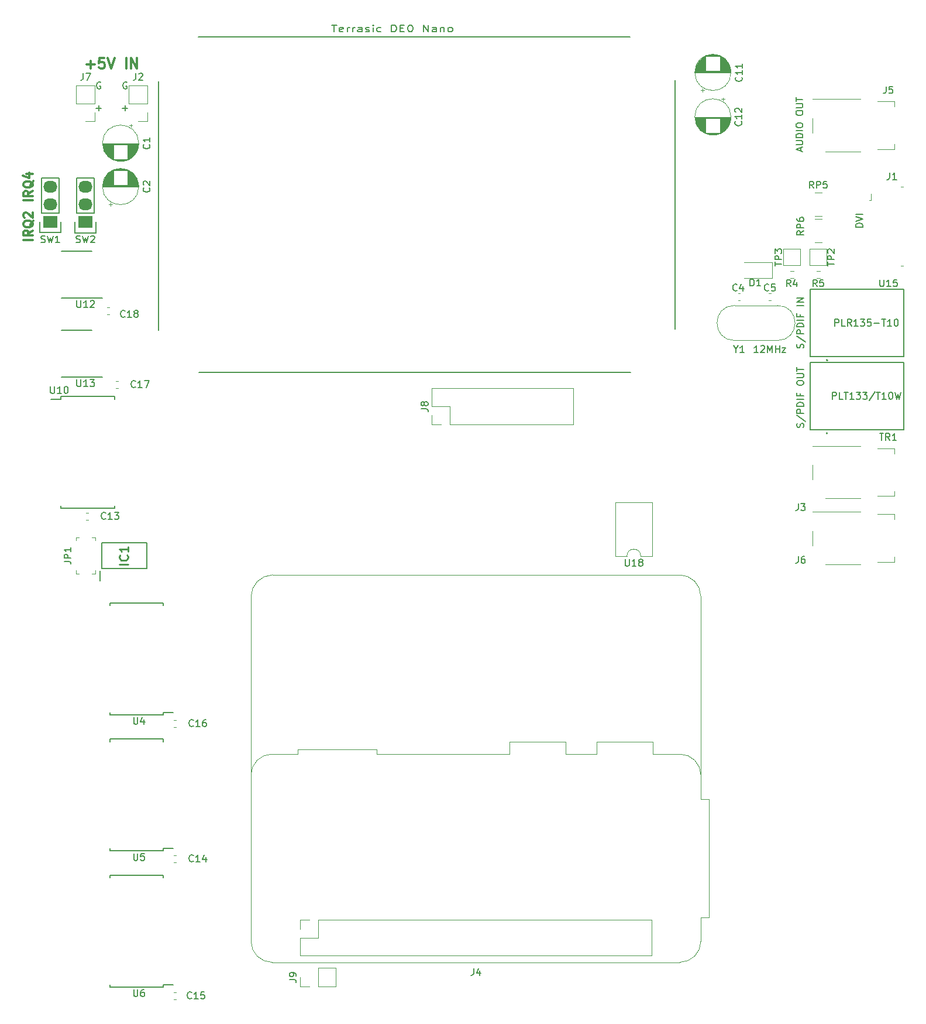
<source format=gto>
G04 #@! TF.GenerationSoftware,KiCad,Pcbnew,(6.0.5-0)*
G04 #@! TF.CreationDate,2022-09-21T23:29:34+09:00*
G04 #@! TF.ProjectId,kepler-x,6b65706c-6572-42d7-982e-6b696361645f,rev?*
G04 #@! TF.SameCoordinates,Original*
G04 #@! TF.FileFunction,Legend,Top*
G04 #@! TF.FilePolarity,Positive*
%FSLAX46Y46*%
G04 Gerber Fmt 4.6, Leading zero omitted, Abs format (unit mm)*
G04 Created by KiCad (PCBNEW (6.0.5-0)) date 2022-09-21 23:29:34*
%MOMM*%
%LPD*%
G01*
G04 APERTURE LIST*
%ADD10C,0.150000*%
%ADD11C,0.300000*%
%ADD12C,0.203200*%
%ADD13C,0.254000*%
%ADD14C,0.120000*%
%ADD15C,0.127000*%
%ADD16C,0.200000*%
%ADD17C,0.100000*%
%ADD18R,2.032000X1.727200*%
%ADD19O,2.032000X1.727200*%
G04 APERTURE END LIST*
D10*
X155979761Y-91280714D02*
X156027380Y-91137857D01*
X156027380Y-90899761D01*
X155979761Y-90804523D01*
X155932142Y-90756904D01*
X155836904Y-90709285D01*
X155741666Y-90709285D01*
X155646428Y-90756904D01*
X155598809Y-90804523D01*
X155551190Y-90899761D01*
X155503571Y-91090238D01*
X155455952Y-91185476D01*
X155408333Y-91233095D01*
X155313095Y-91280714D01*
X155217857Y-91280714D01*
X155122619Y-91233095D01*
X155075000Y-91185476D01*
X155027380Y-91090238D01*
X155027380Y-90852142D01*
X155075000Y-90709285D01*
X154979761Y-89566428D02*
X156265476Y-90423571D01*
X156027380Y-89233095D02*
X155027380Y-89233095D01*
X155027380Y-88852142D01*
X155075000Y-88756904D01*
X155122619Y-88709285D01*
X155217857Y-88661666D01*
X155360714Y-88661666D01*
X155455952Y-88709285D01*
X155503571Y-88756904D01*
X155551190Y-88852142D01*
X155551190Y-89233095D01*
X156027380Y-88233095D02*
X155027380Y-88233095D01*
X155027380Y-87995000D01*
X155075000Y-87852142D01*
X155170238Y-87756904D01*
X155265476Y-87709285D01*
X155455952Y-87661666D01*
X155598809Y-87661666D01*
X155789285Y-87709285D01*
X155884523Y-87756904D01*
X155979761Y-87852142D01*
X156027380Y-87995000D01*
X156027380Y-88233095D01*
X156027380Y-87233095D02*
X155027380Y-87233095D01*
X155503571Y-86423571D02*
X155503571Y-86756904D01*
X156027380Y-86756904D02*
X155027380Y-86756904D01*
X155027380Y-86280714D01*
X155027380Y-84947380D02*
X155027380Y-84756904D01*
X155075000Y-84661666D01*
X155170238Y-84566428D01*
X155360714Y-84518809D01*
X155694047Y-84518809D01*
X155884523Y-84566428D01*
X155979761Y-84661666D01*
X156027380Y-84756904D01*
X156027380Y-84947380D01*
X155979761Y-85042619D01*
X155884523Y-85137857D01*
X155694047Y-85185476D01*
X155360714Y-85185476D01*
X155170238Y-85137857D01*
X155075000Y-85042619D01*
X155027380Y-84947380D01*
X155027380Y-84090238D02*
X155836904Y-84090238D01*
X155932142Y-84042619D01*
X155979761Y-83995000D01*
X156027380Y-83899761D01*
X156027380Y-83709285D01*
X155979761Y-83614047D01*
X155932142Y-83566428D01*
X155836904Y-83518809D01*
X155027380Y-83518809D01*
X155027380Y-83185476D02*
X155027380Y-82614047D01*
X156027380Y-82899761D02*
X155027380Y-82899761D01*
D11*
X44403095Y-64180000D02*
X43103095Y-64180000D01*
X44403095Y-62818095D02*
X43784047Y-63251428D01*
X44403095Y-63560952D02*
X43103095Y-63560952D01*
X43103095Y-63065714D01*
X43165000Y-62941904D01*
X43226904Y-62880000D01*
X43350714Y-62818095D01*
X43536428Y-62818095D01*
X43660238Y-62880000D01*
X43722142Y-62941904D01*
X43784047Y-63065714D01*
X43784047Y-63560952D01*
X44526904Y-61394285D02*
X44465000Y-61518095D01*
X44341190Y-61641904D01*
X44155476Y-61827619D01*
X44093571Y-61951428D01*
X44093571Y-62075238D01*
X44403095Y-62013333D02*
X44341190Y-62137142D01*
X44217380Y-62260952D01*
X43969761Y-62322857D01*
X43536428Y-62322857D01*
X43288809Y-62260952D01*
X43165000Y-62137142D01*
X43103095Y-62013333D01*
X43103095Y-61765714D01*
X43165000Y-61641904D01*
X43288809Y-61518095D01*
X43536428Y-61456190D01*
X43969761Y-61456190D01*
X44217380Y-61518095D01*
X44341190Y-61641904D01*
X44403095Y-61765714D01*
X44403095Y-62013333D01*
X43226904Y-60960952D02*
X43165000Y-60899047D01*
X43103095Y-60775238D01*
X43103095Y-60465714D01*
X43165000Y-60341904D01*
X43226904Y-60280000D01*
X43350714Y-60218095D01*
X43474523Y-60218095D01*
X43660238Y-60280000D01*
X44403095Y-61022857D01*
X44403095Y-60218095D01*
D10*
X155979761Y-79819047D02*
X156027380Y-79676190D01*
X156027380Y-79438095D01*
X155979761Y-79342857D01*
X155932142Y-79295238D01*
X155836904Y-79247619D01*
X155741666Y-79247619D01*
X155646428Y-79295238D01*
X155598809Y-79342857D01*
X155551190Y-79438095D01*
X155503571Y-79628571D01*
X155455952Y-79723809D01*
X155408333Y-79771428D01*
X155313095Y-79819047D01*
X155217857Y-79819047D01*
X155122619Y-79771428D01*
X155075000Y-79723809D01*
X155027380Y-79628571D01*
X155027380Y-79390476D01*
X155075000Y-79247619D01*
X154979761Y-78104761D02*
X156265476Y-78961904D01*
X156027380Y-77771428D02*
X155027380Y-77771428D01*
X155027380Y-77390476D01*
X155075000Y-77295238D01*
X155122619Y-77247619D01*
X155217857Y-77200000D01*
X155360714Y-77200000D01*
X155455952Y-77247619D01*
X155503571Y-77295238D01*
X155551190Y-77390476D01*
X155551190Y-77771428D01*
X156027380Y-76771428D02*
X155027380Y-76771428D01*
X155027380Y-76533333D01*
X155075000Y-76390476D01*
X155170238Y-76295238D01*
X155265476Y-76247619D01*
X155455952Y-76200000D01*
X155598809Y-76200000D01*
X155789285Y-76247619D01*
X155884523Y-76295238D01*
X155979761Y-76390476D01*
X156027380Y-76533333D01*
X156027380Y-76771428D01*
X156027380Y-75771428D02*
X155027380Y-75771428D01*
X155503571Y-74961904D02*
X155503571Y-75295238D01*
X156027380Y-75295238D02*
X155027380Y-75295238D01*
X155027380Y-74819047D01*
X156027380Y-73676190D02*
X155027380Y-73676190D01*
X156027380Y-73200000D02*
X155027380Y-73200000D01*
X156027380Y-72628571D01*
X155027380Y-72628571D01*
X57404047Y-45156428D02*
X58165952Y-45156428D01*
X57785000Y-45537380D02*
X57785000Y-44775476D01*
X54236904Y-41410000D02*
X54141666Y-41362380D01*
X53998809Y-41362380D01*
X53855952Y-41410000D01*
X53760714Y-41505238D01*
X53713095Y-41600476D01*
X53665476Y-41790952D01*
X53665476Y-41933809D01*
X53713095Y-42124285D01*
X53760714Y-42219523D01*
X53855952Y-42314761D01*
X53998809Y-42362380D01*
X54094047Y-42362380D01*
X54236904Y-42314761D01*
X54284523Y-42267142D01*
X54284523Y-41933809D01*
X54094047Y-41933809D01*
X164552380Y-62328571D02*
X163552380Y-62328571D01*
X163552380Y-62090476D01*
X163600000Y-61947619D01*
X163695238Y-61852380D01*
X163790476Y-61804761D01*
X163980952Y-61757142D01*
X164123809Y-61757142D01*
X164314285Y-61804761D01*
X164409523Y-61852380D01*
X164504761Y-61947619D01*
X164552380Y-62090476D01*
X164552380Y-62328571D01*
X163552380Y-61471428D02*
X164552380Y-61138095D01*
X163552380Y-60804761D01*
X164552380Y-60471428D02*
X163552380Y-60471428D01*
D11*
X52237142Y-38842142D02*
X53380000Y-38842142D01*
X52808571Y-39413571D02*
X52808571Y-38270714D01*
X54808571Y-37913571D02*
X54094285Y-37913571D01*
X54022857Y-38627857D01*
X54094285Y-38556428D01*
X54237142Y-38485000D01*
X54594285Y-38485000D01*
X54737142Y-38556428D01*
X54808571Y-38627857D01*
X54880000Y-38770714D01*
X54880000Y-39127857D01*
X54808571Y-39270714D01*
X54737142Y-39342142D01*
X54594285Y-39413571D01*
X54237142Y-39413571D01*
X54094285Y-39342142D01*
X54022857Y-39270714D01*
X55308571Y-37913571D02*
X55808571Y-39413571D01*
X56308571Y-37913571D01*
X57951428Y-39413571D02*
X57951428Y-37913571D01*
X58665714Y-39413571D02*
X58665714Y-37913571D01*
X59522857Y-39413571D01*
X59522857Y-37913571D01*
X44403095Y-58465000D02*
X43103095Y-58465000D01*
X44403095Y-57103095D02*
X43784047Y-57536428D01*
X44403095Y-57845952D02*
X43103095Y-57845952D01*
X43103095Y-57350714D01*
X43165000Y-57226904D01*
X43226904Y-57165000D01*
X43350714Y-57103095D01*
X43536428Y-57103095D01*
X43660238Y-57165000D01*
X43722142Y-57226904D01*
X43784047Y-57350714D01*
X43784047Y-57845952D01*
X44526904Y-55679285D02*
X44465000Y-55803095D01*
X44341190Y-55926904D01*
X44155476Y-56112619D01*
X44093571Y-56236428D01*
X44093571Y-56360238D01*
X44403095Y-56298333D02*
X44341190Y-56422142D01*
X44217380Y-56545952D01*
X43969761Y-56607857D01*
X43536428Y-56607857D01*
X43288809Y-56545952D01*
X43165000Y-56422142D01*
X43103095Y-56298333D01*
X43103095Y-56050714D01*
X43165000Y-55926904D01*
X43288809Y-55803095D01*
X43536428Y-55741190D01*
X43969761Y-55741190D01*
X44217380Y-55803095D01*
X44341190Y-55926904D01*
X44403095Y-56050714D01*
X44403095Y-56298333D01*
X43536428Y-54626904D02*
X44403095Y-54626904D01*
X43041190Y-54936428D02*
X43969761Y-55245952D01*
X43969761Y-54441190D01*
D10*
X155614666Y-51331333D02*
X155614666Y-50855142D01*
X155900380Y-51426571D02*
X154900380Y-51093238D01*
X155900380Y-50759904D01*
X154900380Y-50426571D02*
X155709904Y-50426571D01*
X155805142Y-50378952D01*
X155852761Y-50331333D01*
X155900380Y-50236095D01*
X155900380Y-50045619D01*
X155852761Y-49950380D01*
X155805142Y-49902761D01*
X155709904Y-49855142D01*
X154900380Y-49855142D01*
X155900380Y-49378952D02*
X154900380Y-49378952D01*
X154900380Y-49140857D01*
X154948000Y-48998000D01*
X155043238Y-48902761D01*
X155138476Y-48855142D01*
X155328952Y-48807523D01*
X155471809Y-48807523D01*
X155662285Y-48855142D01*
X155757523Y-48902761D01*
X155852761Y-48998000D01*
X155900380Y-49140857D01*
X155900380Y-49378952D01*
X155900380Y-48378952D02*
X154900380Y-48378952D01*
X154900380Y-47712285D02*
X154900380Y-47521809D01*
X154948000Y-47426571D01*
X155043238Y-47331333D01*
X155233714Y-47283714D01*
X155567047Y-47283714D01*
X155757523Y-47331333D01*
X155852761Y-47426571D01*
X155900380Y-47521809D01*
X155900380Y-47712285D01*
X155852761Y-47807523D01*
X155757523Y-47902761D01*
X155567047Y-47950380D01*
X155233714Y-47950380D01*
X155043238Y-47902761D01*
X154948000Y-47807523D01*
X154900380Y-47712285D01*
X154900380Y-45902761D02*
X154900380Y-45712285D01*
X154948000Y-45617047D01*
X155043238Y-45521809D01*
X155233714Y-45474190D01*
X155567047Y-45474190D01*
X155757523Y-45521809D01*
X155852761Y-45617047D01*
X155900380Y-45712285D01*
X155900380Y-45902761D01*
X155852761Y-45998000D01*
X155757523Y-46093238D01*
X155567047Y-46140857D01*
X155233714Y-46140857D01*
X155043238Y-46093238D01*
X154948000Y-45998000D01*
X154900380Y-45902761D01*
X154900380Y-45045619D02*
X155709904Y-45045619D01*
X155805142Y-44998000D01*
X155852761Y-44950380D01*
X155900380Y-44855142D01*
X155900380Y-44664666D01*
X155852761Y-44569428D01*
X155805142Y-44521809D01*
X155709904Y-44474190D01*
X154900380Y-44474190D01*
X154900380Y-44140857D02*
X154900380Y-43569428D01*
X155900380Y-43855142D02*
X154900380Y-43855142D01*
X58046904Y-41410000D02*
X57951666Y-41362380D01*
X57808809Y-41362380D01*
X57665952Y-41410000D01*
X57570714Y-41505238D01*
X57523095Y-41600476D01*
X57475476Y-41790952D01*
X57475476Y-41933809D01*
X57523095Y-42124285D01*
X57570714Y-42219523D01*
X57665952Y-42314761D01*
X57808809Y-42362380D01*
X57904047Y-42362380D01*
X58046904Y-42314761D01*
X58094523Y-42267142D01*
X58094523Y-41933809D01*
X57904047Y-41933809D01*
X53594047Y-45156428D02*
X54355952Y-45156428D01*
X53975000Y-45537380D02*
X53975000Y-44775476D01*
D12*
X87720714Y-33107380D02*
X88446428Y-33107380D01*
X88083571Y-34107380D02*
X88083571Y-33107380D01*
X89353571Y-34059761D02*
X89232619Y-34107380D01*
X88990714Y-34107380D01*
X88869761Y-34059761D01*
X88809285Y-33964523D01*
X88809285Y-33583571D01*
X88869761Y-33488333D01*
X88990714Y-33440714D01*
X89232619Y-33440714D01*
X89353571Y-33488333D01*
X89414047Y-33583571D01*
X89414047Y-33678809D01*
X88809285Y-33774047D01*
X89958333Y-34107380D02*
X89958333Y-33440714D01*
X89958333Y-33631190D02*
X90018809Y-33535952D01*
X90079285Y-33488333D01*
X90200238Y-33440714D01*
X90321190Y-33440714D01*
X90744523Y-34107380D02*
X90744523Y-33440714D01*
X90744523Y-33631190D02*
X90805000Y-33535952D01*
X90865476Y-33488333D01*
X90986428Y-33440714D01*
X91107380Y-33440714D01*
X92075000Y-34107380D02*
X92075000Y-33583571D01*
X92014523Y-33488333D01*
X91893571Y-33440714D01*
X91651666Y-33440714D01*
X91530714Y-33488333D01*
X92075000Y-34059761D02*
X91954047Y-34107380D01*
X91651666Y-34107380D01*
X91530714Y-34059761D01*
X91470238Y-33964523D01*
X91470238Y-33869285D01*
X91530714Y-33774047D01*
X91651666Y-33726428D01*
X91954047Y-33726428D01*
X92075000Y-33678809D01*
X92619285Y-34059761D02*
X92740238Y-34107380D01*
X92982142Y-34107380D01*
X93103095Y-34059761D01*
X93163571Y-33964523D01*
X93163571Y-33916904D01*
X93103095Y-33821666D01*
X92982142Y-33774047D01*
X92800714Y-33774047D01*
X92679761Y-33726428D01*
X92619285Y-33631190D01*
X92619285Y-33583571D01*
X92679761Y-33488333D01*
X92800714Y-33440714D01*
X92982142Y-33440714D01*
X93103095Y-33488333D01*
X93707857Y-34107380D02*
X93707857Y-33440714D01*
X93707857Y-33107380D02*
X93647380Y-33155000D01*
X93707857Y-33202619D01*
X93768333Y-33155000D01*
X93707857Y-33107380D01*
X93707857Y-33202619D01*
X94856904Y-34059761D02*
X94735952Y-34107380D01*
X94494047Y-34107380D01*
X94373095Y-34059761D01*
X94312619Y-34012142D01*
X94252142Y-33916904D01*
X94252142Y-33631190D01*
X94312619Y-33535952D01*
X94373095Y-33488333D01*
X94494047Y-33440714D01*
X94735952Y-33440714D01*
X94856904Y-33488333D01*
X96368809Y-34107380D02*
X96368809Y-33107380D01*
X96671190Y-33107380D01*
X96852619Y-33155000D01*
X96973571Y-33250238D01*
X97034047Y-33345476D01*
X97094523Y-33535952D01*
X97094523Y-33678809D01*
X97034047Y-33869285D01*
X96973571Y-33964523D01*
X96852619Y-34059761D01*
X96671190Y-34107380D01*
X96368809Y-34107380D01*
X97638809Y-33583571D02*
X98062142Y-33583571D01*
X98243571Y-34107380D02*
X97638809Y-34107380D01*
X97638809Y-33107380D01*
X98243571Y-33107380D01*
X99029761Y-33107380D02*
X99150714Y-33107380D01*
X99271666Y-33155000D01*
X99332142Y-33202619D01*
X99392619Y-33297857D01*
X99453095Y-33488333D01*
X99453095Y-33726428D01*
X99392619Y-33916904D01*
X99332142Y-34012142D01*
X99271666Y-34059761D01*
X99150714Y-34107380D01*
X99029761Y-34107380D01*
X98908809Y-34059761D01*
X98848333Y-34012142D01*
X98787857Y-33916904D01*
X98727380Y-33726428D01*
X98727380Y-33488333D01*
X98787857Y-33297857D01*
X98848333Y-33202619D01*
X98908809Y-33155000D01*
X99029761Y-33107380D01*
X100965000Y-34107380D02*
X100965000Y-33107380D01*
X101690714Y-34107380D01*
X101690714Y-33107380D01*
X102839761Y-34107380D02*
X102839761Y-33583571D01*
X102779285Y-33488333D01*
X102658333Y-33440714D01*
X102416428Y-33440714D01*
X102295476Y-33488333D01*
X102839761Y-34059761D02*
X102718809Y-34107380D01*
X102416428Y-34107380D01*
X102295476Y-34059761D01*
X102235000Y-33964523D01*
X102235000Y-33869285D01*
X102295476Y-33774047D01*
X102416428Y-33726428D01*
X102718809Y-33726428D01*
X102839761Y-33678809D01*
X103444523Y-33440714D02*
X103444523Y-34107380D01*
X103444523Y-33535952D02*
X103505000Y-33488333D01*
X103625952Y-33440714D01*
X103807380Y-33440714D01*
X103928333Y-33488333D01*
X103988809Y-33583571D01*
X103988809Y-34107380D01*
X104775000Y-34107380D02*
X104654047Y-34059761D01*
X104593571Y-34012142D01*
X104533095Y-33916904D01*
X104533095Y-33631190D01*
X104593571Y-33535952D01*
X104654047Y-33488333D01*
X104775000Y-33440714D01*
X104956428Y-33440714D01*
X105077380Y-33488333D01*
X105137857Y-33535952D01*
X105198333Y-33631190D01*
X105198333Y-33916904D01*
X105137857Y-34012142D01*
X105077380Y-34059761D01*
X104956428Y-34107380D01*
X104775000Y-34107380D01*
D10*
X146208809Y-79986190D02*
X146208809Y-80462380D01*
X145875476Y-79462380D02*
X146208809Y-79986190D01*
X146542142Y-79462380D01*
X147399285Y-80462380D02*
X146827857Y-80462380D01*
X147113571Y-80462380D02*
X147113571Y-79462380D01*
X147018333Y-79605238D01*
X146923095Y-79700476D01*
X146827857Y-79748095D01*
X149439523Y-80462380D02*
X148868095Y-80462380D01*
X149153809Y-80462380D02*
X149153809Y-79462380D01*
X149058571Y-79605238D01*
X148963333Y-79700476D01*
X148868095Y-79748095D01*
X149820476Y-79557619D02*
X149868095Y-79510000D01*
X149963333Y-79462380D01*
X150201428Y-79462380D01*
X150296666Y-79510000D01*
X150344285Y-79557619D01*
X150391904Y-79652857D01*
X150391904Y-79748095D01*
X150344285Y-79890952D01*
X149772857Y-80462380D01*
X150391904Y-80462380D01*
X150820476Y-80462380D02*
X150820476Y-79462380D01*
X151153809Y-80176666D01*
X151487142Y-79462380D01*
X151487142Y-80462380D01*
X151963333Y-80462380D02*
X151963333Y-79462380D01*
X151963333Y-79938571D02*
X152534761Y-79938571D01*
X152534761Y-80462380D02*
X152534761Y-79462380D01*
X152915714Y-79795714D02*
X153439523Y-79795714D01*
X152915714Y-80462380D01*
X153439523Y-80462380D01*
X67429142Y-173839142D02*
X67381523Y-173886761D01*
X67238666Y-173934380D01*
X67143428Y-173934380D01*
X67000571Y-173886761D01*
X66905333Y-173791523D01*
X66857714Y-173696285D01*
X66810095Y-173505809D01*
X66810095Y-173362952D01*
X66857714Y-173172476D01*
X66905333Y-173077238D01*
X67000571Y-172982000D01*
X67143428Y-172934380D01*
X67238666Y-172934380D01*
X67381523Y-172982000D01*
X67429142Y-173029619D01*
X68381523Y-173934380D02*
X67810095Y-173934380D01*
X68095809Y-173934380D02*
X68095809Y-172934380D01*
X68000571Y-173077238D01*
X67905333Y-173172476D01*
X67810095Y-173220095D01*
X69286285Y-172934380D02*
X68810095Y-172934380D01*
X68762476Y-173410571D01*
X68810095Y-173362952D01*
X68905333Y-173315333D01*
X69143428Y-173315333D01*
X69238666Y-173362952D01*
X69286285Y-173410571D01*
X69333904Y-173505809D01*
X69333904Y-173743904D01*
X69286285Y-173839142D01*
X69238666Y-173886761D01*
X69143428Y-173934380D01*
X68905333Y-173934380D01*
X68810095Y-173886761D01*
X68762476Y-173839142D01*
X148269404Y-70852380D02*
X148269404Y-69852380D01*
X148507500Y-69852380D01*
X148650357Y-69900000D01*
X148745595Y-69995238D01*
X148793214Y-70090476D01*
X148840833Y-70280952D01*
X148840833Y-70423809D01*
X148793214Y-70614285D01*
X148745595Y-70709523D01*
X148650357Y-70804761D01*
X148507500Y-70852380D01*
X148269404Y-70852380D01*
X149793214Y-70852380D02*
X149221785Y-70852380D01*
X149507500Y-70852380D02*
X149507500Y-69852380D01*
X149412261Y-69995238D01*
X149317023Y-70090476D01*
X149221785Y-70138095D01*
X47021904Y-85384880D02*
X47021904Y-86194404D01*
X47069523Y-86289642D01*
X47117142Y-86337261D01*
X47212380Y-86384880D01*
X47402857Y-86384880D01*
X47498095Y-86337261D01*
X47545714Y-86289642D01*
X47593333Y-86194404D01*
X47593333Y-85384880D01*
X48593333Y-86384880D02*
X48021904Y-86384880D01*
X48307619Y-86384880D02*
X48307619Y-85384880D01*
X48212380Y-85527738D01*
X48117142Y-85622976D01*
X48021904Y-85670595D01*
X49212380Y-85384880D02*
X49307619Y-85384880D01*
X49402857Y-85432500D01*
X49450476Y-85480119D01*
X49498095Y-85575357D01*
X49545714Y-85765833D01*
X49545714Y-86003928D01*
X49498095Y-86194404D01*
X49450476Y-86289642D01*
X49402857Y-86337261D01*
X49307619Y-86384880D01*
X49212380Y-86384880D01*
X49117142Y-86337261D01*
X49069523Y-86289642D01*
X49021904Y-86194404D01*
X48974285Y-86003928D01*
X48974285Y-85765833D01*
X49021904Y-85575357D01*
X49069523Y-85480119D01*
X49117142Y-85432500D01*
X49212380Y-85384880D01*
X167036904Y-69937380D02*
X167036904Y-70746904D01*
X167084523Y-70842142D01*
X167132142Y-70889761D01*
X167227380Y-70937380D01*
X167417857Y-70937380D01*
X167513095Y-70889761D01*
X167560714Y-70842142D01*
X167608333Y-70746904D01*
X167608333Y-69937380D01*
X168608333Y-70937380D02*
X168036904Y-70937380D01*
X168322619Y-70937380D02*
X168322619Y-69937380D01*
X168227380Y-70080238D01*
X168132142Y-70175476D01*
X168036904Y-70223095D01*
X169513095Y-69937380D02*
X169036904Y-69937380D01*
X168989285Y-70413571D01*
X169036904Y-70365952D01*
X169132142Y-70318333D01*
X169370238Y-70318333D01*
X169465476Y-70365952D01*
X169513095Y-70413571D01*
X169560714Y-70508809D01*
X169560714Y-70746904D01*
X169513095Y-70842142D01*
X169465476Y-70889761D01*
X169370238Y-70937380D01*
X169132142Y-70937380D01*
X169036904Y-70889761D01*
X168989285Y-70842142D01*
X160552380Y-76652380D02*
X160552380Y-75652380D01*
X160933333Y-75652380D01*
X161028571Y-75700000D01*
X161076190Y-75747619D01*
X161123809Y-75842857D01*
X161123809Y-75985714D01*
X161076190Y-76080952D01*
X161028571Y-76128571D01*
X160933333Y-76176190D01*
X160552380Y-76176190D01*
X162028571Y-76652380D02*
X161552380Y-76652380D01*
X161552380Y-75652380D01*
X162933333Y-76652380D02*
X162600000Y-76176190D01*
X162361904Y-76652380D02*
X162361904Y-75652380D01*
X162742857Y-75652380D01*
X162838095Y-75700000D01*
X162885714Y-75747619D01*
X162933333Y-75842857D01*
X162933333Y-75985714D01*
X162885714Y-76080952D01*
X162838095Y-76128571D01*
X162742857Y-76176190D01*
X162361904Y-76176190D01*
X163885714Y-76652380D02*
X163314285Y-76652380D01*
X163600000Y-76652380D02*
X163600000Y-75652380D01*
X163504761Y-75795238D01*
X163409523Y-75890476D01*
X163314285Y-75938095D01*
X164219047Y-75652380D02*
X164838095Y-75652380D01*
X164504761Y-76033333D01*
X164647619Y-76033333D01*
X164742857Y-76080952D01*
X164790476Y-76128571D01*
X164838095Y-76223809D01*
X164838095Y-76461904D01*
X164790476Y-76557142D01*
X164742857Y-76604761D01*
X164647619Y-76652380D01*
X164361904Y-76652380D01*
X164266666Y-76604761D01*
X164219047Y-76557142D01*
X165742857Y-75652380D02*
X165266666Y-75652380D01*
X165219047Y-76128571D01*
X165266666Y-76080952D01*
X165361904Y-76033333D01*
X165600000Y-76033333D01*
X165695238Y-76080952D01*
X165742857Y-76128571D01*
X165790476Y-76223809D01*
X165790476Y-76461904D01*
X165742857Y-76557142D01*
X165695238Y-76604761D01*
X165600000Y-76652380D01*
X165361904Y-76652380D01*
X165266666Y-76604761D01*
X165219047Y-76557142D01*
X166219047Y-76271428D02*
X166980952Y-76271428D01*
X167314285Y-75652380D02*
X167885714Y-75652380D01*
X167600000Y-76652380D02*
X167600000Y-75652380D01*
X168742857Y-76652380D02*
X168171428Y-76652380D01*
X168457142Y-76652380D02*
X168457142Y-75652380D01*
X168361904Y-75795238D01*
X168266666Y-75890476D01*
X168171428Y-75938095D01*
X169361904Y-75652380D02*
X169457142Y-75652380D01*
X169552380Y-75700000D01*
X169600000Y-75747619D01*
X169647619Y-75842857D01*
X169695238Y-76033333D01*
X169695238Y-76271428D01*
X169647619Y-76461904D01*
X169600000Y-76557142D01*
X169552380Y-76604761D01*
X169457142Y-76652380D01*
X169361904Y-76652380D01*
X169266666Y-76604761D01*
X169219047Y-76557142D01*
X169171428Y-76461904D01*
X169123809Y-76271428D01*
X169123809Y-76033333D01*
X169171428Y-75842857D01*
X169219047Y-75747619D01*
X169266666Y-75700000D01*
X169361904Y-75652380D01*
X157948333Y-70937380D02*
X157615000Y-70461190D01*
X157376904Y-70937380D02*
X157376904Y-69937380D01*
X157757857Y-69937380D01*
X157853095Y-69985000D01*
X157900714Y-70032619D01*
X157948333Y-70127857D01*
X157948333Y-70270714D01*
X157900714Y-70365952D01*
X157853095Y-70413571D01*
X157757857Y-70461190D01*
X157376904Y-70461190D01*
X158853095Y-69937380D02*
X158376904Y-69937380D01*
X158329285Y-70413571D01*
X158376904Y-70365952D01*
X158472142Y-70318333D01*
X158710238Y-70318333D01*
X158805476Y-70365952D01*
X158853095Y-70413571D01*
X158900714Y-70508809D01*
X158900714Y-70746904D01*
X158853095Y-70842142D01*
X158805476Y-70889761D01*
X158710238Y-70937380D01*
X158472142Y-70937380D01*
X158376904Y-70889761D01*
X158329285Y-70842142D01*
X150963333Y-71477142D02*
X150915714Y-71524761D01*
X150772857Y-71572380D01*
X150677619Y-71572380D01*
X150534761Y-71524761D01*
X150439523Y-71429523D01*
X150391904Y-71334285D01*
X150344285Y-71143809D01*
X150344285Y-71000952D01*
X150391904Y-70810476D01*
X150439523Y-70715238D01*
X150534761Y-70620000D01*
X150677619Y-70572380D01*
X150772857Y-70572380D01*
X150915714Y-70620000D01*
X150963333Y-70667619D01*
X151868095Y-70572380D02*
X151391904Y-70572380D01*
X151344285Y-71048571D01*
X151391904Y-71000952D01*
X151487142Y-70953333D01*
X151725238Y-70953333D01*
X151820476Y-71000952D01*
X151868095Y-71048571D01*
X151915714Y-71143809D01*
X151915714Y-71381904D01*
X151868095Y-71477142D01*
X151820476Y-71524761D01*
X151725238Y-71572380D01*
X151487142Y-71572380D01*
X151391904Y-71524761D01*
X151344285Y-71477142D01*
X167013095Y-92162380D02*
X167584523Y-92162380D01*
X167298809Y-93162380D02*
X167298809Y-92162380D01*
X168489285Y-93162380D02*
X168155952Y-92686190D01*
X167917857Y-93162380D02*
X167917857Y-92162380D01*
X168298809Y-92162380D01*
X168394047Y-92210000D01*
X168441666Y-92257619D01*
X168489285Y-92352857D01*
X168489285Y-92495714D01*
X168441666Y-92590952D01*
X168394047Y-92638571D01*
X168298809Y-92686190D01*
X167917857Y-92686190D01*
X169441666Y-93162380D02*
X168870238Y-93162380D01*
X169155952Y-93162380D02*
X169155952Y-92162380D01*
X169060714Y-92305238D01*
X168965476Y-92400476D01*
X168870238Y-92448095D01*
X160195238Y-87209890D02*
X160195238Y-86209890D01*
X160576190Y-86209890D01*
X160671428Y-86257510D01*
X160719047Y-86305129D01*
X160766666Y-86400367D01*
X160766666Y-86543224D01*
X160719047Y-86638462D01*
X160671428Y-86686081D01*
X160576190Y-86733700D01*
X160195238Y-86733700D01*
X161671428Y-87209890D02*
X161195238Y-87209890D01*
X161195238Y-86209890D01*
X161861904Y-86209890D02*
X162433333Y-86209890D01*
X162147619Y-87209890D02*
X162147619Y-86209890D01*
X163290476Y-87209890D02*
X162719047Y-87209890D01*
X163004761Y-87209890D02*
X163004761Y-86209890D01*
X162909523Y-86352748D01*
X162814285Y-86447986D01*
X162719047Y-86495605D01*
X163623809Y-86209890D02*
X164242857Y-86209890D01*
X163909523Y-86590843D01*
X164052380Y-86590843D01*
X164147619Y-86638462D01*
X164195238Y-86686081D01*
X164242857Y-86781319D01*
X164242857Y-87019414D01*
X164195238Y-87114652D01*
X164147619Y-87162271D01*
X164052380Y-87209890D01*
X163766666Y-87209890D01*
X163671428Y-87162271D01*
X163623809Y-87114652D01*
X164576190Y-86209890D02*
X165195238Y-86209890D01*
X164861904Y-86590843D01*
X165004761Y-86590843D01*
X165100000Y-86638462D01*
X165147619Y-86686081D01*
X165195238Y-86781319D01*
X165195238Y-87019414D01*
X165147619Y-87114652D01*
X165100000Y-87162271D01*
X165004761Y-87209890D01*
X164719047Y-87209890D01*
X164623809Y-87162271D01*
X164576190Y-87114652D01*
X166338095Y-86162271D02*
X165480952Y-87447986D01*
X166528571Y-86209890D02*
X167100000Y-86209890D01*
X166814285Y-87209890D02*
X166814285Y-86209890D01*
X167957142Y-87209890D02*
X167385714Y-87209890D01*
X167671428Y-87209890D02*
X167671428Y-86209890D01*
X167576190Y-86352748D01*
X167480952Y-86447986D01*
X167385714Y-86495605D01*
X168576190Y-86209890D02*
X168671428Y-86209890D01*
X168766666Y-86257510D01*
X168814285Y-86305129D01*
X168861904Y-86400367D01*
X168909523Y-86590843D01*
X168909523Y-86828938D01*
X168861904Y-87019414D01*
X168814285Y-87114652D01*
X168766666Y-87162271D01*
X168671428Y-87209890D01*
X168576190Y-87209890D01*
X168480952Y-87162271D01*
X168433333Y-87114652D01*
X168385714Y-87019414D01*
X168338095Y-86828938D01*
X168338095Y-86590843D01*
X168385714Y-86400367D01*
X168433333Y-86305129D01*
X168480952Y-86257510D01*
X168576190Y-86209890D01*
X169242857Y-86209890D02*
X169480952Y-87209890D01*
X169671428Y-86495605D01*
X169861904Y-87209890D01*
X170100000Y-86209890D01*
X100642380Y-88603333D02*
X101356666Y-88603333D01*
X101499523Y-88650952D01*
X101594761Y-88746190D01*
X101642380Y-88889047D01*
X101642380Y-88984285D01*
X101070952Y-87984285D02*
X101023333Y-88079523D01*
X100975714Y-88127142D01*
X100880476Y-88174761D01*
X100832857Y-88174761D01*
X100737619Y-88127142D01*
X100690000Y-88079523D01*
X100642380Y-87984285D01*
X100642380Y-87793809D01*
X100690000Y-87698571D01*
X100737619Y-87650952D01*
X100832857Y-87603333D01*
X100880476Y-87603333D01*
X100975714Y-87650952D01*
X101023333Y-87698571D01*
X101070952Y-87793809D01*
X101070952Y-87984285D01*
X101118571Y-88079523D01*
X101166190Y-88127142D01*
X101261428Y-88174761D01*
X101451904Y-88174761D01*
X101547142Y-88127142D01*
X101594761Y-88079523D01*
X101642380Y-87984285D01*
X101642380Y-87793809D01*
X101594761Y-87698571D01*
X101547142Y-87650952D01*
X101451904Y-87603333D01*
X101261428Y-87603333D01*
X101166190Y-87650952D01*
X101118571Y-87698571D01*
X101070952Y-87793809D01*
X50831904Y-84397371D02*
X50831904Y-85206895D01*
X50879523Y-85302133D01*
X50927142Y-85349752D01*
X51022380Y-85397371D01*
X51212857Y-85397371D01*
X51308095Y-85349752D01*
X51355714Y-85302133D01*
X51403333Y-85206895D01*
X51403333Y-84397371D01*
X52403333Y-85397371D02*
X51831904Y-85397371D01*
X52117619Y-85397371D02*
X52117619Y-84397371D01*
X52022380Y-84540229D01*
X51927142Y-84635467D01*
X51831904Y-84683086D01*
X52736666Y-84397371D02*
X53355714Y-84397371D01*
X53022380Y-84778324D01*
X53165238Y-84778324D01*
X53260476Y-84825943D01*
X53308095Y-84873562D01*
X53355714Y-84968800D01*
X53355714Y-85206895D01*
X53308095Y-85302133D01*
X53260476Y-85349752D01*
X53165238Y-85397371D01*
X52879523Y-85397371D01*
X52784285Y-85349752D01*
X52736666Y-85302133D01*
X59053095Y-152914880D02*
X59053095Y-153724404D01*
X59100714Y-153819642D01*
X59148333Y-153867261D01*
X59243571Y-153914880D01*
X59434047Y-153914880D01*
X59529285Y-153867261D01*
X59576904Y-153819642D01*
X59624523Y-153724404D01*
X59624523Y-152914880D01*
X60576904Y-152914880D02*
X60100714Y-152914880D01*
X60053095Y-153391071D01*
X60100714Y-153343452D01*
X60195952Y-153295833D01*
X60434047Y-153295833D01*
X60529285Y-153343452D01*
X60576904Y-153391071D01*
X60624523Y-153486309D01*
X60624523Y-153724404D01*
X60576904Y-153819642D01*
X60529285Y-153867261D01*
X60434047Y-153914880D01*
X60195952Y-153914880D01*
X60100714Y-153867261D01*
X60053095Y-153819642D01*
X45656666Y-64539761D02*
X45799523Y-64587380D01*
X46037619Y-64587380D01*
X46132857Y-64539761D01*
X46180476Y-64492142D01*
X46228095Y-64396904D01*
X46228095Y-64301666D01*
X46180476Y-64206428D01*
X46132857Y-64158809D01*
X46037619Y-64111190D01*
X45847142Y-64063571D01*
X45751904Y-64015952D01*
X45704285Y-63968333D01*
X45656666Y-63873095D01*
X45656666Y-63777857D01*
X45704285Y-63682619D01*
X45751904Y-63635000D01*
X45847142Y-63587380D01*
X46085238Y-63587380D01*
X46228095Y-63635000D01*
X46561428Y-63587380D02*
X46799523Y-64587380D01*
X46990000Y-63873095D01*
X47180476Y-64587380D01*
X47418571Y-63587380D01*
X48323333Y-64587380D02*
X47751904Y-64587380D01*
X48037619Y-64587380D02*
X48037619Y-63587380D01*
X47942380Y-63730238D01*
X47847142Y-63825476D01*
X47751904Y-63873095D01*
X157448333Y-56707380D02*
X157115000Y-56231190D01*
X156876904Y-56707380D02*
X156876904Y-55707380D01*
X157257857Y-55707380D01*
X157353095Y-55755000D01*
X157400714Y-55802619D01*
X157448333Y-55897857D01*
X157448333Y-56040714D01*
X157400714Y-56135952D01*
X157353095Y-56183571D01*
X157257857Y-56231190D01*
X156876904Y-56231190D01*
X157876904Y-56707380D02*
X157876904Y-55707380D01*
X158257857Y-55707380D01*
X158353095Y-55755000D01*
X158400714Y-55802619D01*
X158448333Y-55897857D01*
X158448333Y-56040714D01*
X158400714Y-56135952D01*
X158353095Y-56183571D01*
X158257857Y-56231190D01*
X157876904Y-56231190D01*
X159353095Y-55707380D02*
X158876904Y-55707380D01*
X158829285Y-56183571D01*
X158876904Y-56135952D01*
X158972142Y-56088333D01*
X159210238Y-56088333D01*
X159305476Y-56135952D01*
X159353095Y-56183571D01*
X159400714Y-56278809D01*
X159400714Y-56516904D01*
X159353095Y-56612142D01*
X159305476Y-56659761D01*
X159210238Y-56707380D01*
X158972142Y-56707380D01*
X158876904Y-56659761D01*
X158829285Y-56612142D01*
X130196904Y-110352380D02*
X130196904Y-111161904D01*
X130244523Y-111257142D01*
X130292142Y-111304761D01*
X130387380Y-111352380D01*
X130577857Y-111352380D01*
X130673095Y-111304761D01*
X130720714Y-111257142D01*
X130768333Y-111161904D01*
X130768333Y-110352380D01*
X131768333Y-111352380D02*
X131196904Y-111352380D01*
X131482619Y-111352380D02*
X131482619Y-110352380D01*
X131387380Y-110495238D01*
X131292142Y-110590476D01*
X131196904Y-110638095D01*
X132339761Y-110780952D02*
X132244523Y-110733333D01*
X132196904Y-110685714D01*
X132149285Y-110590476D01*
X132149285Y-110542857D01*
X132196904Y-110447619D01*
X132244523Y-110400000D01*
X132339761Y-110352380D01*
X132530238Y-110352380D01*
X132625476Y-110400000D01*
X132673095Y-110447619D01*
X132720714Y-110542857D01*
X132720714Y-110590476D01*
X132673095Y-110685714D01*
X132625476Y-110733333D01*
X132530238Y-110780952D01*
X132339761Y-110780952D01*
X132244523Y-110828571D01*
X132196904Y-110876190D01*
X132149285Y-110971428D01*
X132149285Y-111161904D01*
X132196904Y-111257142D01*
X132244523Y-111304761D01*
X132339761Y-111352380D01*
X132530238Y-111352380D01*
X132625476Y-111304761D01*
X132673095Y-111257142D01*
X132720714Y-111161904D01*
X132720714Y-110971428D01*
X132673095Y-110876190D01*
X132625476Y-110828571D01*
X132530238Y-110780952D01*
X54983142Y-104497142D02*
X54935523Y-104544761D01*
X54792666Y-104592380D01*
X54697428Y-104592380D01*
X54554571Y-104544761D01*
X54459333Y-104449523D01*
X54411714Y-104354285D01*
X54364095Y-104163809D01*
X54364095Y-104020952D01*
X54411714Y-103830476D01*
X54459333Y-103735238D01*
X54554571Y-103640000D01*
X54697428Y-103592380D01*
X54792666Y-103592380D01*
X54935523Y-103640000D01*
X54983142Y-103687619D01*
X55935523Y-104592380D02*
X55364095Y-104592380D01*
X55649809Y-104592380D02*
X55649809Y-103592380D01*
X55554571Y-103735238D01*
X55459333Y-103830476D01*
X55364095Y-103878095D01*
X56268857Y-103592380D02*
X56887904Y-103592380D01*
X56554571Y-103973333D01*
X56697428Y-103973333D01*
X56792666Y-104020952D01*
X56840285Y-104068571D01*
X56887904Y-104163809D01*
X56887904Y-104401904D01*
X56840285Y-104497142D01*
X56792666Y-104544761D01*
X56697428Y-104592380D01*
X56411714Y-104592380D01*
X56316476Y-104544761D01*
X56268857Y-104497142D01*
X57777142Y-75287142D02*
X57729523Y-75334761D01*
X57586666Y-75382380D01*
X57491428Y-75382380D01*
X57348571Y-75334761D01*
X57253333Y-75239523D01*
X57205714Y-75144285D01*
X57158095Y-74953809D01*
X57158095Y-74810952D01*
X57205714Y-74620476D01*
X57253333Y-74525238D01*
X57348571Y-74430000D01*
X57491428Y-74382380D01*
X57586666Y-74382380D01*
X57729523Y-74430000D01*
X57777142Y-74477619D01*
X58729523Y-75382380D02*
X58158095Y-75382380D01*
X58443809Y-75382380D02*
X58443809Y-74382380D01*
X58348571Y-74525238D01*
X58253333Y-74620476D01*
X58158095Y-74668095D01*
X59300952Y-74810952D02*
X59205714Y-74763333D01*
X59158095Y-74715714D01*
X59110476Y-74620476D01*
X59110476Y-74572857D01*
X59158095Y-74477619D01*
X59205714Y-74430000D01*
X59300952Y-74382380D01*
X59491428Y-74382380D01*
X59586666Y-74430000D01*
X59634285Y-74477619D01*
X59681904Y-74572857D01*
X59681904Y-74620476D01*
X59634285Y-74715714D01*
X59586666Y-74763333D01*
X59491428Y-74810952D01*
X59300952Y-74810952D01*
X59205714Y-74858571D01*
X59158095Y-74906190D01*
X59110476Y-75001428D01*
X59110476Y-75191904D01*
X59158095Y-75287142D01*
X59205714Y-75334761D01*
X59300952Y-75382380D01*
X59491428Y-75382380D01*
X59586666Y-75334761D01*
X59634285Y-75287142D01*
X59681904Y-75191904D01*
X59681904Y-75001428D01*
X59634285Y-74906190D01*
X59586666Y-74858571D01*
X59491428Y-74810952D01*
X50736666Y-64539761D02*
X50879523Y-64587380D01*
X51117619Y-64587380D01*
X51212857Y-64539761D01*
X51260476Y-64492142D01*
X51308095Y-64396904D01*
X51308095Y-64301666D01*
X51260476Y-64206428D01*
X51212857Y-64158809D01*
X51117619Y-64111190D01*
X50927142Y-64063571D01*
X50831904Y-64015952D01*
X50784285Y-63968333D01*
X50736666Y-63873095D01*
X50736666Y-63777857D01*
X50784285Y-63682619D01*
X50831904Y-63635000D01*
X50927142Y-63587380D01*
X51165238Y-63587380D01*
X51308095Y-63635000D01*
X51641428Y-63587380D02*
X51879523Y-64587380D01*
X52070000Y-63873095D01*
X52260476Y-64587380D01*
X52498571Y-63587380D01*
X52831904Y-63682619D02*
X52879523Y-63635000D01*
X52974761Y-63587380D01*
X53212857Y-63587380D01*
X53308095Y-63635000D01*
X53355714Y-63682619D01*
X53403333Y-63777857D01*
X53403333Y-63873095D01*
X53355714Y-64015952D01*
X52784285Y-64587380D01*
X53403333Y-64587380D01*
X81572380Y-171148333D02*
X82286666Y-171148333D01*
X82429523Y-171195952D01*
X82524761Y-171291190D01*
X82572380Y-171434047D01*
X82572380Y-171529285D01*
X82572380Y-170624523D02*
X82572380Y-170434047D01*
X82524761Y-170338809D01*
X82477142Y-170291190D01*
X82334285Y-170195952D01*
X82143809Y-170148333D01*
X81762857Y-170148333D01*
X81667619Y-170195952D01*
X81620000Y-170243571D01*
X81572380Y-170338809D01*
X81572380Y-170529285D01*
X81620000Y-170624523D01*
X81667619Y-170672142D01*
X81762857Y-170719761D01*
X82000952Y-170719761D01*
X82096190Y-170672142D01*
X82143809Y-170624523D01*
X82191428Y-170529285D01*
X82191428Y-170338809D01*
X82143809Y-170243571D01*
X82096190Y-170195952D01*
X82000952Y-170148333D01*
X154138333Y-70937380D02*
X153805000Y-70461190D01*
X153566904Y-70937380D02*
X153566904Y-69937380D01*
X153947857Y-69937380D01*
X154043095Y-69985000D01*
X154090714Y-70032619D01*
X154138333Y-70127857D01*
X154138333Y-70270714D01*
X154090714Y-70365952D01*
X154043095Y-70413571D01*
X153947857Y-70461190D01*
X153566904Y-70461190D01*
X154995476Y-70270714D02*
X154995476Y-70937380D01*
X154757380Y-69889761D02*
X154519285Y-70604047D01*
X155138333Y-70604047D01*
X159472380Y-67936904D02*
X159472380Y-67365476D01*
X160472380Y-67651190D02*
X159472380Y-67651190D01*
X160472380Y-67032142D02*
X159472380Y-67032142D01*
X159472380Y-66651190D01*
X159520000Y-66555952D01*
X159567619Y-66508333D01*
X159662857Y-66460714D01*
X159805714Y-66460714D01*
X159900952Y-66508333D01*
X159948571Y-66555952D01*
X159996190Y-66651190D01*
X159996190Y-67032142D01*
X159567619Y-66079761D02*
X159520000Y-66032142D01*
X159472380Y-65936904D01*
X159472380Y-65698809D01*
X159520000Y-65603571D01*
X159567619Y-65555952D01*
X159662857Y-65508333D01*
X159758095Y-65508333D01*
X159900952Y-65555952D01*
X160472380Y-66127380D01*
X160472380Y-65508333D01*
X50831904Y-72967371D02*
X50831904Y-73776895D01*
X50879523Y-73872133D01*
X50927142Y-73919752D01*
X51022380Y-73967371D01*
X51212857Y-73967371D01*
X51308095Y-73919752D01*
X51355714Y-73872133D01*
X51403333Y-73776895D01*
X51403333Y-72967371D01*
X52403333Y-73967371D02*
X51831904Y-73967371D01*
X52117619Y-73967371D02*
X52117619Y-72967371D01*
X52022380Y-73110229D01*
X51927142Y-73205467D01*
X51831904Y-73253086D01*
X52784285Y-73062610D02*
X52831904Y-73014991D01*
X52927142Y-72967371D01*
X53165238Y-72967371D01*
X53260476Y-73014991D01*
X53308095Y-73062610D01*
X53355714Y-73157848D01*
X53355714Y-73253086D01*
X53308095Y-73395943D01*
X52736666Y-73967371D01*
X53355714Y-73967371D01*
X67683142Y-154027142D02*
X67635523Y-154074761D01*
X67492666Y-154122380D01*
X67397428Y-154122380D01*
X67254571Y-154074761D01*
X67159333Y-153979523D01*
X67111714Y-153884285D01*
X67064095Y-153693809D01*
X67064095Y-153550952D01*
X67111714Y-153360476D01*
X67159333Y-153265238D01*
X67254571Y-153170000D01*
X67397428Y-153122380D01*
X67492666Y-153122380D01*
X67635523Y-153170000D01*
X67683142Y-153217619D01*
X68635523Y-154122380D02*
X68064095Y-154122380D01*
X68349809Y-154122380D02*
X68349809Y-153122380D01*
X68254571Y-153265238D01*
X68159333Y-153360476D01*
X68064095Y-153408095D01*
X69492666Y-153455714D02*
X69492666Y-154122380D01*
X69254571Y-153074761D02*
X69016476Y-153789047D01*
X69635523Y-153789047D01*
X168471666Y-54452380D02*
X168471666Y-55166666D01*
X168424047Y-55309523D01*
X168328809Y-55404761D01*
X168185952Y-55452380D01*
X168090714Y-55452380D01*
X169471666Y-55452380D02*
X168900238Y-55452380D01*
X169185952Y-55452380D02*
X169185952Y-54452380D01*
X169090714Y-54595238D01*
X168995476Y-54690476D01*
X168900238Y-54738095D01*
X156027380Y-62896666D02*
X155551190Y-63230000D01*
X156027380Y-63468095D02*
X155027380Y-63468095D01*
X155027380Y-63087142D01*
X155075000Y-62991904D01*
X155122619Y-62944285D01*
X155217857Y-62896666D01*
X155360714Y-62896666D01*
X155455952Y-62944285D01*
X155503571Y-62991904D01*
X155551190Y-63087142D01*
X155551190Y-63468095D01*
X156027380Y-62468095D02*
X155027380Y-62468095D01*
X155027380Y-62087142D01*
X155075000Y-61991904D01*
X155122619Y-61944285D01*
X155217857Y-61896666D01*
X155360714Y-61896666D01*
X155455952Y-61944285D01*
X155503571Y-61991904D01*
X155551190Y-62087142D01*
X155551190Y-62468095D01*
X155027380Y-61039523D02*
X155027380Y-61230000D01*
X155075000Y-61325238D01*
X155122619Y-61372857D01*
X155265476Y-61468095D01*
X155455952Y-61515714D01*
X155836904Y-61515714D01*
X155932142Y-61468095D01*
X155979761Y-61420476D01*
X156027380Y-61325238D01*
X156027380Y-61134761D01*
X155979761Y-61039523D01*
X155932142Y-60991904D01*
X155836904Y-60944285D01*
X155598809Y-60944285D01*
X155503571Y-60991904D01*
X155455952Y-61039523D01*
X155408333Y-61134761D01*
X155408333Y-61325238D01*
X155455952Y-61420476D01*
X155503571Y-61468095D01*
X155598809Y-61515714D01*
X146372066Y-71477142D02*
X146324447Y-71524761D01*
X146181590Y-71572380D01*
X146086352Y-71572380D01*
X145943494Y-71524761D01*
X145848256Y-71429523D01*
X145800637Y-71334285D01*
X145753018Y-71143809D01*
X145753018Y-71000952D01*
X145800637Y-70810476D01*
X145848256Y-70715238D01*
X145943494Y-70620000D01*
X146086352Y-70572380D01*
X146181590Y-70572380D01*
X146324447Y-70620000D01*
X146372066Y-70667619D01*
X147229209Y-70905714D02*
X147229209Y-71572380D01*
X146991113Y-70524761D02*
X146753018Y-71239047D01*
X147372066Y-71239047D01*
X167941666Y-41997380D02*
X167941666Y-42711666D01*
X167894047Y-42854523D01*
X167798809Y-42949761D01*
X167655952Y-42997380D01*
X167560714Y-42997380D01*
X168894047Y-41997380D02*
X168417857Y-41997380D01*
X168370238Y-42473571D01*
X168417857Y-42425952D01*
X168513095Y-42378333D01*
X168751190Y-42378333D01*
X168846428Y-42425952D01*
X168894047Y-42473571D01*
X168941666Y-42568809D01*
X168941666Y-42806904D01*
X168894047Y-42902142D01*
X168846428Y-42949761D01*
X168751190Y-42997380D01*
X168513095Y-42997380D01*
X168417857Y-42949761D01*
X168370238Y-42902142D01*
X59356666Y-40092380D02*
X59356666Y-40806666D01*
X59309047Y-40949523D01*
X59213809Y-41044761D01*
X59070952Y-41092380D01*
X58975714Y-41092380D01*
X59785238Y-40187619D02*
X59832857Y-40140000D01*
X59928095Y-40092380D01*
X60166190Y-40092380D01*
X60261428Y-40140000D01*
X60309047Y-40187619D01*
X60356666Y-40282857D01*
X60356666Y-40378095D01*
X60309047Y-40520952D01*
X59737619Y-41092380D01*
X60356666Y-41092380D01*
X67683142Y-134469142D02*
X67635523Y-134516761D01*
X67492666Y-134564380D01*
X67397428Y-134564380D01*
X67254571Y-134516761D01*
X67159333Y-134421523D01*
X67111714Y-134326285D01*
X67064095Y-134135809D01*
X67064095Y-133992952D01*
X67111714Y-133802476D01*
X67159333Y-133707238D01*
X67254571Y-133612000D01*
X67397428Y-133564380D01*
X67492666Y-133564380D01*
X67635523Y-133612000D01*
X67683142Y-133659619D01*
X68635523Y-134564380D02*
X68064095Y-134564380D01*
X68349809Y-134564380D02*
X68349809Y-133564380D01*
X68254571Y-133707238D01*
X68159333Y-133802476D01*
X68064095Y-133850095D01*
X69492666Y-133564380D02*
X69302190Y-133564380D01*
X69206952Y-133612000D01*
X69159333Y-133659619D01*
X69064095Y-133802476D01*
X69016476Y-133992952D01*
X69016476Y-134373904D01*
X69064095Y-134469142D01*
X69111714Y-134516761D01*
X69206952Y-134564380D01*
X69397428Y-134564380D01*
X69492666Y-134516761D01*
X69540285Y-134469142D01*
X69587904Y-134373904D01*
X69587904Y-134135809D01*
X69540285Y-134040571D01*
X69492666Y-133992952D01*
X69397428Y-133945333D01*
X69206952Y-133945333D01*
X69111714Y-133992952D01*
X69064095Y-134040571D01*
X69016476Y-134135809D01*
X59301142Y-85447142D02*
X59253523Y-85494761D01*
X59110666Y-85542380D01*
X59015428Y-85542380D01*
X58872571Y-85494761D01*
X58777333Y-85399523D01*
X58729714Y-85304285D01*
X58682095Y-85113809D01*
X58682095Y-84970952D01*
X58729714Y-84780476D01*
X58777333Y-84685238D01*
X58872571Y-84590000D01*
X59015428Y-84542380D01*
X59110666Y-84542380D01*
X59253523Y-84590000D01*
X59301142Y-84637619D01*
X60253523Y-85542380D02*
X59682095Y-85542380D01*
X59967809Y-85542380D02*
X59967809Y-84542380D01*
X59872571Y-84685238D01*
X59777333Y-84780476D01*
X59682095Y-84828095D01*
X60586857Y-84542380D02*
X61253523Y-84542380D01*
X60824952Y-85542380D01*
D13*
X58234523Y-111094761D02*
X56964523Y-111094761D01*
X58113571Y-109764285D02*
X58174047Y-109824761D01*
X58234523Y-110006190D01*
X58234523Y-110127142D01*
X58174047Y-110308571D01*
X58053095Y-110429523D01*
X57932142Y-110490000D01*
X57690238Y-110550476D01*
X57508809Y-110550476D01*
X57266904Y-110490000D01*
X57145952Y-110429523D01*
X57025000Y-110308571D01*
X56964523Y-110127142D01*
X56964523Y-110006190D01*
X57025000Y-109824761D01*
X57085476Y-109764285D01*
X58234523Y-108554761D02*
X58234523Y-109280476D01*
X58234523Y-108917619D02*
X56964523Y-108917619D01*
X57145952Y-109038571D01*
X57266904Y-109159523D01*
X57327380Y-109280476D01*
D10*
X48982380Y-110688333D02*
X49696666Y-110688333D01*
X49839523Y-110735952D01*
X49934761Y-110831190D01*
X49982380Y-110974047D01*
X49982380Y-111069285D01*
X49982380Y-110212142D02*
X48982380Y-110212142D01*
X48982380Y-109831190D01*
X49030000Y-109735952D01*
X49077619Y-109688333D01*
X49172857Y-109640714D01*
X49315714Y-109640714D01*
X49410952Y-109688333D01*
X49458571Y-109735952D01*
X49506190Y-109831190D01*
X49506190Y-110212142D01*
X49982380Y-108688333D02*
X49982380Y-109259761D01*
X49982380Y-108974047D02*
X48982380Y-108974047D01*
X49125238Y-109069285D01*
X49220476Y-109164523D01*
X49268095Y-109259761D01*
X147042142Y-40647857D02*
X147089761Y-40695476D01*
X147137380Y-40838333D01*
X147137380Y-40933571D01*
X147089761Y-41076428D01*
X146994523Y-41171666D01*
X146899285Y-41219285D01*
X146708809Y-41266904D01*
X146565952Y-41266904D01*
X146375476Y-41219285D01*
X146280238Y-41171666D01*
X146185000Y-41076428D01*
X146137380Y-40933571D01*
X146137380Y-40838333D01*
X146185000Y-40695476D01*
X146232619Y-40647857D01*
X147137380Y-39695476D02*
X147137380Y-40266904D01*
X147137380Y-39981190D02*
X146137380Y-39981190D01*
X146280238Y-40076428D01*
X146375476Y-40171666D01*
X146423095Y-40266904D01*
X147137380Y-38743095D02*
X147137380Y-39314523D01*
X147137380Y-39028809D02*
X146137380Y-39028809D01*
X146280238Y-39124047D01*
X146375476Y-39219285D01*
X146423095Y-39314523D01*
X155241666Y-102322380D02*
X155241666Y-103036666D01*
X155194047Y-103179523D01*
X155098809Y-103274761D01*
X154955952Y-103322380D01*
X154860714Y-103322380D01*
X155622619Y-102322380D02*
X156241666Y-102322380D01*
X155908333Y-102703333D01*
X156051190Y-102703333D01*
X156146428Y-102750952D01*
X156194047Y-102798571D01*
X156241666Y-102893809D01*
X156241666Y-103131904D01*
X156194047Y-103227142D01*
X156146428Y-103274761D01*
X156051190Y-103322380D01*
X155765476Y-103322380D01*
X155670238Y-103274761D01*
X155622619Y-103227142D01*
X155241666Y-109942380D02*
X155241666Y-110656666D01*
X155194047Y-110799523D01*
X155098809Y-110894761D01*
X154955952Y-110942380D01*
X154860714Y-110942380D01*
X156146428Y-109942380D02*
X155955952Y-109942380D01*
X155860714Y-109990000D01*
X155813095Y-110037619D01*
X155717857Y-110180476D01*
X155670238Y-110370952D01*
X155670238Y-110751904D01*
X155717857Y-110847142D01*
X155765476Y-110894761D01*
X155860714Y-110942380D01*
X156051190Y-110942380D01*
X156146428Y-110894761D01*
X156194047Y-110847142D01*
X156241666Y-110751904D01*
X156241666Y-110513809D01*
X156194047Y-110418571D01*
X156146428Y-110370952D01*
X156051190Y-110323333D01*
X155860714Y-110323333D01*
X155765476Y-110370952D01*
X155717857Y-110418571D01*
X155670238Y-110513809D01*
X151852380Y-67936904D02*
X151852380Y-67365476D01*
X152852380Y-67651190D02*
X151852380Y-67651190D01*
X152852380Y-67032142D02*
X151852380Y-67032142D01*
X151852380Y-66651190D01*
X151900000Y-66555952D01*
X151947619Y-66508333D01*
X152042857Y-66460714D01*
X152185714Y-66460714D01*
X152280952Y-66508333D01*
X152328571Y-66555952D01*
X152376190Y-66651190D01*
X152376190Y-67032142D01*
X151852380Y-66127380D02*
X151852380Y-65508333D01*
X152233333Y-65841666D01*
X152233333Y-65698809D01*
X152280952Y-65603571D01*
X152328571Y-65555952D01*
X152423809Y-65508333D01*
X152661904Y-65508333D01*
X152757142Y-65555952D01*
X152804761Y-65603571D01*
X152852380Y-65698809D01*
X152852380Y-65984523D01*
X152804761Y-66079761D01*
X152757142Y-66127380D01*
X108251666Y-169552380D02*
X108251666Y-170266666D01*
X108204047Y-170409523D01*
X108108809Y-170504761D01*
X107965952Y-170552380D01*
X107870714Y-170552380D01*
X109156428Y-169885714D02*
X109156428Y-170552380D01*
X108918333Y-169504761D02*
X108680238Y-170219047D01*
X109299285Y-170219047D01*
X59053095Y-172599880D02*
X59053095Y-173409404D01*
X59100714Y-173504642D01*
X59148333Y-173552261D01*
X59243571Y-173599880D01*
X59434047Y-173599880D01*
X59529285Y-173552261D01*
X59576904Y-173504642D01*
X59624523Y-173409404D01*
X59624523Y-172599880D01*
X60529285Y-172599880D02*
X60338809Y-172599880D01*
X60243571Y-172647500D01*
X60195952Y-172695119D01*
X60100714Y-172837976D01*
X60053095Y-173028452D01*
X60053095Y-173409404D01*
X60100714Y-173504642D01*
X60148333Y-173552261D01*
X60243571Y-173599880D01*
X60434047Y-173599880D01*
X60529285Y-173552261D01*
X60576904Y-173504642D01*
X60624523Y-173409404D01*
X60624523Y-173171309D01*
X60576904Y-173076071D01*
X60529285Y-173028452D01*
X60434047Y-172980833D01*
X60243571Y-172980833D01*
X60148333Y-173028452D01*
X60100714Y-173076071D01*
X60053095Y-173171309D01*
X61317142Y-50376554D02*
X61364761Y-50424173D01*
X61412380Y-50567030D01*
X61412380Y-50662268D01*
X61364761Y-50805126D01*
X61269523Y-50900364D01*
X61174285Y-50947983D01*
X60983809Y-50995602D01*
X60840952Y-50995602D01*
X60650476Y-50947983D01*
X60555238Y-50900364D01*
X60460000Y-50805126D01*
X60412380Y-50662268D01*
X60412380Y-50567030D01*
X60460000Y-50424173D01*
X60507619Y-50376554D01*
X61412380Y-49424173D02*
X61412380Y-49995602D01*
X61412380Y-49709888D02*
X60412380Y-49709888D01*
X60555238Y-49805126D01*
X60650476Y-49900364D01*
X60698095Y-49995602D01*
X59053095Y-133229880D02*
X59053095Y-134039404D01*
X59100714Y-134134642D01*
X59148333Y-134182261D01*
X59243571Y-134229880D01*
X59434047Y-134229880D01*
X59529285Y-134182261D01*
X59576904Y-134134642D01*
X59624523Y-134039404D01*
X59624523Y-133229880D01*
X60529285Y-133563214D02*
X60529285Y-134229880D01*
X60291190Y-133182261D02*
X60053095Y-133896547D01*
X60672142Y-133896547D01*
X146982142Y-47042745D02*
X147029761Y-47090364D01*
X147077380Y-47233221D01*
X147077380Y-47328459D01*
X147029761Y-47471316D01*
X146934523Y-47566554D01*
X146839285Y-47614173D01*
X146648809Y-47661792D01*
X146505952Y-47661792D01*
X146315476Y-47614173D01*
X146220238Y-47566554D01*
X146125000Y-47471316D01*
X146077380Y-47328459D01*
X146077380Y-47233221D01*
X146125000Y-47090364D01*
X146172619Y-47042745D01*
X147077380Y-46090364D02*
X147077380Y-46661792D01*
X147077380Y-46376078D02*
X146077380Y-46376078D01*
X146220238Y-46471316D01*
X146315476Y-46566554D01*
X146363095Y-46661792D01*
X146172619Y-45709411D02*
X146125000Y-45661792D01*
X146077380Y-45566554D01*
X146077380Y-45328459D01*
X146125000Y-45233221D01*
X146172619Y-45185602D01*
X146267857Y-45137983D01*
X146363095Y-45137983D01*
X146505952Y-45185602D01*
X147077380Y-45757030D01*
X147077380Y-45137983D01*
X61317142Y-56636779D02*
X61364761Y-56684398D01*
X61412380Y-56827255D01*
X61412380Y-56922493D01*
X61364761Y-57065351D01*
X61269523Y-57160589D01*
X61174285Y-57208208D01*
X60983809Y-57255827D01*
X60840952Y-57255827D01*
X60650476Y-57208208D01*
X60555238Y-57160589D01*
X60460000Y-57065351D01*
X60412380Y-56922493D01*
X60412380Y-56827255D01*
X60460000Y-56684398D01*
X60507619Y-56636779D01*
X60507619Y-56255827D02*
X60460000Y-56208208D01*
X60412380Y-56112970D01*
X60412380Y-55874874D01*
X60460000Y-55779636D01*
X60507619Y-55732017D01*
X60602857Y-55684398D01*
X60698095Y-55684398D01*
X60840952Y-55732017D01*
X61412380Y-56303446D01*
X61412380Y-55684398D01*
X51736666Y-40092380D02*
X51736666Y-40806666D01*
X51689047Y-40949523D01*
X51593809Y-41044761D01*
X51450952Y-41092380D01*
X51355714Y-41092380D01*
X52117619Y-40092380D02*
X52784285Y-40092380D01*
X52355714Y-41092380D01*
D14*
X146000000Y-73675000D02*
X152250000Y-73675000D01*
X146000000Y-78725000D02*
X152250000Y-78725000D01*
X152250000Y-78725000D02*
G75*
G03*
X152250000Y-73675000I0J2525000D01*
G01*
X146000000Y-73675000D02*
G75*
G03*
X146000000Y-78725000I0J-2525000D01*
G01*
X64877733Y-172972000D02*
X65170267Y-172972000D01*
X64877733Y-173992000D02*
X65170267Y-173992000D01*
X151467500Y-67445000D02*
X147407500Y-67445000D01*
X151467500Y-69715000D02*
X151467500Y-67445000D01*
X147407500Y-69715000D02*
X151467500Y-69715000D01*
D10*
X48526200Y-86857500D02*
X56276200Y-86857500D01*
X48526200Y-86857500D02*
X48526200Y-87205000D01*
X48526200Y-103007500D02*
X48526200Y-102660000D01*
X48526200Y-87205000D02*
X47101200Y-87205000D01*
X56276200Y-103007500D02*
X56276200Y-102660000D01*
X48526200Y-103007500D02*
X56276200Y-103007500D01*
X56276200Y-86857500D02*
X56276200Y-87205000D01*
D15*
X170495010Y-71350000D02*
X156995010Y-71350000D01*
X170495010Y-81050000D02*
X170495010Y-71350000D01*
X156995010Y-81050000D02*
X156995010Y-71350000D01*
X170495010Y-81050000D02*
X156995010Y-81050000D01*
D16*
X159485010Y-81600000D02*
G75*
G03*
X159485010Y-81600000I-100000J0D01*
G01*
D14*
X157860276Y-69737500D02*
X158369724Y-69737500D01*
X157860276Y-68692500D02*
X158369724Y-68692500D01*
X151276267Y-71880000D02*
X150983733Y-71880000D01*
X151276267Y-72900000D02*
X150983733Y-72900000D01*
D15*
X156995010Y-91607510D02*
X156995010Y-81907510D01*
X170495010Y-91607510D02*
X156995010Y-91607510D01*
X170495010Y-81907510D02*
X156995010Y-81907510D01*
X170495010Y-91607510D02*
X170495010Y-81907510D01*
D16*
X159485010Y-92157510D02*
G75*
G03*
X159485010Y-92157510I-100000J0D01*
G01*
D14*
X102190000Y-85670000D02*
X122630000Y-85670000D01*
X102190000Y-90870000D02*
X102190000Y-89540000D01*
X103520000Y-90870000D02*
X102190000Y-90870000D01*
X104790000Y-88270000D02*
X102190000Y-88270000D01*
X104790000Y-90870000D02*
X104790000Y-88270000D01*
X104790000Y-90870000D02*
X122630000Y-90870000D01*
X102190000Y-88270000D02*
X102190000Y-85670000D01*
X122630000Y-90870000D02*
X122630000Y-85670000D01*
D10*
X53025000Y-77270000D02*
X48575000Y-77270000D01*
X54550000Y-84020000D02*
X48575000Y-84020000D01*
X63358800Y-136387500D02*
X55608800Y-136387500D01*
X63358800Y-152537500D02*
X63358800Y-152190000D01*
X63358800Y-152537500D02*
X55608800Y-152537500D01*
X63358800Y-136387500D02*
X63358800Y-136735000D01*
X55608800Y-136387500D02*
X55608800Y-136735000D01*
X63358800Y-152190000D02*
X64783800Y-152190000D01*
X55608800Y-152537500D02*
X55608800Y-152190000D01*
X48260000Y-60325000D02*
X48260000Y-55245000D01*
X45720000Y-60325000D02*
X48260000Y-60325000D01*
X48260000Y-55245000D02*
X45720000Y-55245000D01*
X45720000Y-55245000D02*
X45720000Y-60325000D01*
X48540000Y-63145000D02*
X45440000Y-63145000D01*
X45440000Y-63145000D02*
X45440000Y-61595000D01*
X48540000Y-61595000D02*
X48540000Y-63145000D01*
D14*
X158615000Y-57375000D02*
X157615000Y-57375000D01*
X158615000Y-60735000D02*
X157615000Y-60735000D01*
X134085000Y-109900000D02*
X134085000Y-102160000D01*
X134085000Y-102160000D02*
X128785000Y-102160000D01*
X132435000Y-109900000D02*
X134085000Y-109900000D01*
X128785000Y-102160000D02*
X128785000Y-109900000D01*
X128785000Y-109900000D02*
X130435000Y-109900000D01*
X132435000Y-109900000D02*
G75*
G03*
X130435000Y-109900000I-1000000J0D01*
G01*
X52177733Y-104650000D02*
X52470267Y-104650000D01*
X52177733Y-103630000D02*
X52470267Y-103630000D01*
X55225733Y-73912000D02*
X55518267Y-73912000D01*
X55225733Y-74932000D02*
X55518267Y-74932000D01*
D10*
X50520000Y-63155000D02*
X50520000Y-61605000D01*
X53340000Y-55255000D02*
X50800000Y-55255000D01*
X50800000Y-55255000D02*
X50800000Y-60335000D01*
X53340000Y-60335000D02*
X53340000Y-55255000D01*
X50800000Y-60335000D02*
X53340000Y-60335000D01*
X53620000Y-61605000D02*
X53620000Y-63155000D01*
X53620000Y-63155000D02*
X50520000Y-63155000D01*
D14*
X88320000Y-172145000D02*
X88320000Y-169485000D01*
X85720000Y-172145000D02*
X88320000Y-172145000D01*
X85720000Y-172145000D02*
X85720000Y-169485000D01*
X83120000Y-172145000D02*
X83120000Y-170815000D01*
X85720000Y-169485000D02*
X88320000Y-169485000D01*
X84450000Y-172145000D02*
X83120000Y-172145000D01*
X154050276Y-69737500D02*
X154559724Y-69737500D01*
X154050276Y-68692500D02*
X154559724Y-68692500D01*
X159315000Y-65475000D02*
X159315000Y-67875000D01*
X159315000Y-67875000D02*
X156915000Y-67875000D01*
X156915000Y-65475000D02*
X159315000Y-65475000D01*
X156915000Y-67875000D02*
X156915000Y-65475000D01*
D10*
X53025000Y-65840000D02*
X48575000Y-65840000D01*
X54550000Y-72590000D02*
X48575000Y-72590000D01*
D15*
X130855000Y-34805000D02*
X68405000Y-34805000D01*
X130975000Y-83305000D02*
X68525000Y-83305000D01*
X137405000Y-41055000D02*
X137405000Y-77105000D01*
X62655000Y-41235000D02*
X62655000Y-77285000D01*
D14*
X64877733Y-154180000D02*
X65170267Y-154180000D01*
X64877733Y-153160000D02*
X65170267Y-153160000D01*
D17*
X170120000Y-56505000D02*
X170407500Y-56505000D01*
X165795000Y-57530000D02*
X165795000Y-58455000D01*
X170120000Y-67955000D02*
X170420000Y-67955000D01*
X165795000Y-58455000D02*
X165495000Y-58455000D01*
D14*
X158615000Y-64545000D02*
X157615000Y-64545000D01*
X158615000Y-61185000D02*
X157615000Y-61185000D01*
X146538733Y-71880000D02*
X146831267Y-71880000D01*
X146538733Y-72900000D02*
X146831267Y-72900000D01*
X164265000Y-51425000D02*
X159165000Y-51425000D01*
X169165000Y-50325000D02*
X169165000Y-51075000D01*
X164265000Y-43825000D02*
X157265000Y-43825000D01*
X166665000Y-44175000D02*
X169165000Y-44175000D01*
X157265000Y-48675000D02*
X157265000Y-46575000D01*
X169165000Y-51075000D02*
X166665000Y-51075000D01*
X169165000Y-44175000D02*
X169165000Y-44925000D01*
X61020000Y-45720000D02*
X61020000Y-47050000D01*
X61020000Y-47050000D02*
X59690000Y-47050000D01*
X61020000Y-44450000D02*
X61020000Y-41850000D01*
X58360000Y-44450000D02*
X58360000Y-41850000D01*
X61020000Y-41850000D02*
X58360000Y-41850000D01*
X61020000Y-44450000D02*
X58360000Y-44450000D01*
X64877733Y-133602000D02*
X65170267Y-133602000D01*
X64877733Y-134622000D02*
X65170267Y-134622000D01*
X56495733Y-84580000D02*
X56788267Y-84580000D01*
X56495733Y-85600000D02*
X56788267Y-85600000D01*
D16*
X54160000Y-113505000D02*
X54160000Y-112055000D01*
X60910000Y-111705000D02*
X54410000Y-111705000D01*
X54410000Y-108005000D02*
X60910000Y-108005000D01*
X54410000Y-111705000D02*
X54410000Y-108005000D01*
X60910000Y-108005000D02*
X60910000Y-111705000D01*
D17*
X53470000Y-112485000D02*
X52970000Y-112485000D01*
X53470000Y-107185000D02*
X53470000Y-107685000D01*
X50670000Y-112485000D02*
X50670000Y-111985000D01*
X50670000Y-107185000D02*
X51170000Y-107185000D01*
X53470000Y-112485000D02*
X53470000Y-111985000D01*
X53470000Y-107185000D02*
X52970000Y-107185000D01*
X50670000Y-112485000D02*
X51170000Y-112485000D01*
X50670000Y-107185000D02*
X50670000Y-107685000D01*
D14*
X143915000Y-37719113D02*
X144194000Y-37719113D01*
X143915000Y-38159113D02*
X144739000Y-38159113D01*
X141321000Y-37879113D02*
X141835000Y-37879113D01*
X143915000Y-38079113D02*
X144660000Y-38079113D01*
X140319000Y-39600113D02*
X141835000Y-39600113D01*
X143915000Y-38319113D02*
X144879000Y-38319113D01*
X143915000Y-38879113D02*
X145223000Y-38879113D01*
X143915000Y-37679113D02*
X144126000Y-37679113D01*
X140374000Y-39320113D02*
X141835000Y-39320113D01*
X143915000Y-37759113D02*
X144258000Y-37759113D01*
X143915000Y-38999113D02*
X145273000Y-38999113D01*
X143915000Y-39360113D02*
X145386000Y-39360113D01*
X143915000Y-39119113D02*
X145317000Y-39119113D01*
X142070000Y-37479113D02*
X143680000Y-37479113D01*
X143915000Y-37879113D02*
X144429000Y-37879113D01*
X143915000Y-38639113D02*
X145099000Y-38639113D01*
X140607000Y-38719113D02*
X141835000Y-38719113D01*
X140420000Y-39159113D02*
X141835000Y-39159113D01*
X143915000Y-39440113D02*
X145403000Y-39440113D01*
X143915000Y-39159113D02*
X145330000Y-39159113D01*
X140565000Y-38799113D02*
X141835000Y-38799113D01*
X143915000Y-39320113D02*
X145376000Y-39320113D01*
X143915000Y-38199113D02*
X144776000Y-38199113D01*
X140306000Y-39720113D02*
X141835000Y-39720113D01*
X141375000Y-37839113D02*
X141835000Y-37839113D01*
X140493000Y-38959113D02*
X141835000Y-38959113D01*
X143915000Y-38119113D02*
X144701000Y-38119113D01*
X140780000Y-38439113D02*
X141835000Y-38439113D01*
X140299000Y-39800113D02*
X145451000Y-39800113D01*
X143915000Y-39039113D02*
X145289000Y-39039113D01*
X141697000Y-37639113D02*
X144053000Y-37639113D01*
X142591000Y-37359113D02*
X143159000Y-37359113D01*
X143915000Y-37959113D02*
X144528000Y-37959113D01*
X141492000Y-37759113D02*
X141835000Y-37759113D01*
X143915000Y-39600113D02*
X145431000Y-39600113D01*
X140810000Y-38399113D02*
X141835000Y-38399113D01*
X143915000Y-38359113D02*
X144910000Y-38359113D01*
X140310000Y-39680113D02*
X141835000Y-39680113D01*
X141222000Y-37959113D02*
X141835000Y-37959113D01*
X141049000Y-38119113D02*
X141835000Y-38119113D01*
X141176000Y-37999113D02*
X141835000Y-37999113D01*
X140302000Y-39760113D02*
X145448000Y-39760113D01*
X143915000Y-38039113D02*
X144618000Y-38039113D01*
X143915000Y-39560113D02*
X145425000Y-39560113D01*
X141624000Y-37679113D02*
X141835000Y-37679113D01*
X140871000Y-38319113D02*
X141835000Y-38319113D01*
X143915000Y-39640113D02*
X145436000Y-39640113D01*
X140628000Y-38679113D02*
X141835000Y-38679113D01*
X143915000Y-38399113D02*
X144940000Y-38399113D01*
X142357000Y-37399113D02*
X143393000Y-37399113D01*
X143915000Y-38439113D02*
X144970000Y-38439113D01*
X143915000Y-39400113D02*
X145395000Y-39400113D01*
X140297000Y-39840113D02*
X145453000Y-39840113D01*
X140904000Y-38279113D02*
X141835000Y-38279113D01*
X140651000Y-38639113D02*
X141835000Y-38639113D01*
X141777000Y-37599113D02*
X143973000Y-37599113D01*
X140364000Y-39360113D02*
X141835000Y-39360113D01*
X140461000Y-39039113D02*
X141835000Y-39039113D01*
X141011000Y-38159113D02*
X141835000Y-38159113D01*
X141864000Y-37559113D02*
X143886000Y-37559113D01*
X143915000Y-39480113D02*
X145411000Y-39480113D01*
X140974000Y-38199113D02*
X141835000Y-38199113D01*
X143915000Y-38479113D02*
X144997000Y-38479113D01*
X141090000Y-38079113D02*
X141835000Y-38079113D01*
X143915000Y-38719113D02*
X145143000Y-38719113D01*
X142198000Y-37439113D02*
X143552000Y-37439113D01*
X140339000Y-39480113D02*
X141835000Y-39480113D01*
X140347000Y-39440113D02*
X141835000Y-39440113D01*
X143915000Y-38919113D02*
X145240000Y-38919113D01*
X143915000Y-39680113D02*
X145440000Y-39680113D01*
X140840000Y-38359113D02*
X141835000Y-38359113D01*
X140314000Y-39640113D02*
X141835000Y-39640113D01*
X143915000Y-39520113D02*
X145418000Y-39520113D01*
X141400000Y-42764888D02*
X141400000Y-42264888D01*
X143915000Y-38839113D02*
X145204000Y-38839113D01*
X143915000Y-37839113D02*
X144375000Y-37839113D01*
X140726000Y-38519113D02*
X141835000Y-38519113D01*
X140938000Y-38239113D02*
X141835000Y-38239113D01*
X140295000Y-39920113D02*
X145455000Y-39920113D01*
X143915000Y-38759113D02*
X145165000Y-38759113D01*
X141270000Y-37919113D02*
X141835000Y-37919113D01*
X141132000Y-38039113D02*
X141835000Y-38039113D01*
X143915000Y-37999113D02*
X144574000Y-37999113D01*
X143915000Y-38279113D02*
X144846000Y-38279113D01*
X140753000Y-38479113D02*
X141835000Y-38479113D01*
X140477000Y-38999113D02*
X141835000Y-38999113D01*
X143915000Y-39199113D02*
X145343000Y-39199113D01*
X141960000Y-37519113D02*
X143790000Y-37519113D01*
X140384000Y-39280113D02*
X141835000Y-39280113D01*
X140433000Y-39119113D02*
X141835000Y-39119113D01*
X143915000Y-38799113D02*
X145185000Y-38799113D01*
X143915000Y-38959113D02*
X145257000Y-38959113D01*
X141556000Y-37719113D02*
X141835000Y-37719113D01*
X140700000Y-38559113D02*
X141835000Y-38559113D01*
X143915000Y-38239113D02*
X144812000Y-38239113D01*
X140527000Y-38879113D02*
X141835000Y-38879113D01*
X141432000Y-37799113D02*
X141835000Y-37799113D01*
X140407000Y-39199113D02*
X141835000Y-39199113D01*
X140395000Y-39239113D02*
X141835000Y-39239113D01*
X141150000Y-42514888D02*
X141650000Y-42514888D01*
X140546000Y-38839113D02*
X141835000Y-38839113D01*
X143915000Y-38559113D02*
X145050000Y-38559113D01*
X143915000Y-37919113D02*
X144480000Y-37919113D01*
X140510000Y-38919113D02*
X141835000Y-38919113D01*
X143915000Y-38599113D02*
X145075000Y-38599113D01*
X140585000Y-38759113D02*
X141835000Y-38759113D01*
X143915000Y-39079113D02*
X145303000Y-39079113D01*
X140675000Y-38599113D02*
X141835000Y-38599113D01*
X143915000Y-39239113D02*
X145355000Y-39239113D01*
X143915000Y-38519113D02*
X145024000Y-38519113D01*
X140355000Y-39400113D02*
X141835000Y-39400113D01*
X143915000Y-37799113D02*
X144318000Y-37799113D01*
X143915000Y-39720113D02*
X145444000Y-39720113D01*
X140295000Y-39960113D02*
X145455000Y-39960113D01*
X140325000Y-39560113D02*
X141835000Y-39560113D01*
X143915000Y-39280113D02*
X145366000Y-39280113D01*
X140447000Y-39079113D02*
X141835000Y-39079113D01*
X140332000Y-39520113D02*
X141835000Y-39520113D01*
X143915000Y-38679113D02*
X145122000Y-38679113D01*
X140296000Y-39880113D02*
X145454000Y-39880113D01*
X145495000Y-39960113D02*
G75*
G03*
X145495000Y-39960113I-2620000J0D01*
G01*
X157265000Y-98840000D02*
X157265000Y-96740000D01*
X169165000Y-94340000D02*
X169165000Y-95090000D01*
X169165000Y-100490000D02*
X169165000Y-101240000D01*
X164265000Y-93990000D02*
X157265000Y-93990000D01*
X164265000Y-101590000D02*
X159165000Y-101590000D01*
X166665000Y-94340000D02*
X169165000Y-94340000D01*
X169165000Y-101240000D02*
X166665000Y-101240000D01*
X164265000Y-103515000D02*
X157265000Y-103515000D01*
X169165000Y-110015000D02*
X169165000Y-110765000D01*
X166665000Y-103865000D02*
X169165000Y-103865000D01*
X169165000Y-103865000D02*
X169165000Y-104615000D01*
X169165000Y-110765000D02*
X166665000Y-110765000D01*
X157265000Y-108365000D02*
X157265000Y-106265000D01*
X164265000Y-111115000D02*
X159165000Y-111115000D01*
X155505000Y-65475000D02*
X155505000Y-67875000D01*
X153105000Y-67875000D02*
X153105000Y-65475000D01*
X153105000Y-65475000D02*
X155505000Y-65475000D01*
X155505000Y-67875000D02*
X153105000Y-67875000D01*
X83125000Y-163830000D02*
X83125000Y-162500000D01*
X141145000Y-141600000D02*
X141115000Y-115690000D01*
X134045000Y-167700000D02*
X134045000Y-162500000D01*
X83125000Y-167700000D02*
X134045000Y-167700000D01*
X83125000Y-162500000D02*
X84455000Y-162500000D01*
X138085000Y-138540000D02*
X134145000Y-138540000D01*
X141145000Y-162160000D02*
X141145000Y-165600000D01*
X142345000Y-162160000D02*
X142345000Y-145040000D01*
X83125000Y-167700000D02*
X83125000Y-165100000D01*
X82775000Y-138540000D02*
X79085000Y-138540000D01*
X76025000Y-165600000D02*
X76025000Y-141600000D01*
X142345000Y-145040000D02*
X141145000Y-145040000D01*
X76025000Y-141600000D02*
X76025000Y-115830000D01*
X134145000Y-136740000D02*
X126025000Y-136740000D01*
X138085000Y-168660000D02*
X79085000Y-168660000D01*
X94195000Y-137840000D02*
X82775000Y-137840000D01*
X113425000Y-138540000D02*
X94195000Y-138540000D01*
X85725000Y-162500000D02*
X134045000Y-162500000D01*
X82775000Y-137840000D02*
X82775000Y-138540000D01*
X126025000Y-136740000D02*
X126025000Y-138540000D01*
X126025000Y-138540000D02*
X121545000Y-138540000D01*
X141145000Y-145040000D02*
X141145000Y-141600000D01*
X141145000Y-162160000D02*
X142345000Y-162160000D01*
X83125000Y-165100000D02*
X85725000Y-165100000D01*
X121545000Y-136740000D02*
X113425000Y-136740000D01*
X138055000Y-112630000D02*
X79145000Y-112630000D01*
X134145000Y-138540000D02*
X134145000Y-136740000D01*
X94195000Y-138540000D02*
X94195000Y-137840000D01*
X85725000Y-165100000D02*
X85725000Y-162500000D01*
X113425000Y-136740000D02*
X113425000Y-138540000D01*
X121545000Y-138540000D02*
X121545000Y-136740000D01*
X79145001Y-112630025D02*
G75*
G03*
X76025000Y-115830000I80999J-3199975D01*
G01*
X79085000Y-138540000D02*
G75*
G03*
X76025000Y-141600000I0J-3060000D01*
G01*
X138085000Y-168660000D02*
G75*
G03*
X141145000Y-165600000I1J3059999D01*
G01*
X141145000Y-141600000D02*
G75*
G03*
X138085000Y-138540000I-3060000J0D01*
G01*
X141115000Y-115690000D02*
G75*
G03*
X138055000Y-112630000I-3060000J0D01*
G01*
X76025000Y-165600000D02*
G75*
G03*
X79085000Y-168660000I3059999J-1D01*
G01*
D10*
X63358800Y-156072500D02*
X55608800Y-156072500D01*
X63358800Y-172222500D02*
X63358800Y-171875000D01*
X55608800Y-156072500D02*
X55608800Y-156420000D01*
X63358800Y-171875000D02*
X64783800Y-171875000D01*
X63358800Y-156072500D02*
X63358800Y-156420000D01*
X55608800Y-172222500D02*
X55608800Y-171875000D01*
X63358800Y-172222500D02*
X55608800Y-172222500D01*
D14*
X58803000Y-52210888D02*
X58190000Y-52210888D01*
X59670000Y-50769888D02*
X58190000Y-50769888D01*
X59630000Y-50930888D02*
X58190000Y-50930888D01*
X58755000Y-52250888D02*
X58190000Y-52250888D01*
X56110000Y-51570888D02*
X54950000Y-51570888D01*
X56110000Y-52130888D02*
X55407000Y-52130888D01*
X59014000Y-52010888D02*
X58190000Y-52010888D01*
X56110000Y-51370888D02*
X54840000Y-51370888D01*
X56110000Y-52170888D02*
X55451000Y-52170888D01*
X56110000Y-51210888D02*
X54768000Y-51210888D01*
X56110000Y-50449888D02*
X54581000Y-50449888D01*
X58248000Y-52570888D02*
X56052000Y-52570888D01*
X56110000Y-52370888D02*
X55707000Y-52370888D01*
X56110000Y-50569888D02*
X54594000Y-50569888D01*
X56110000Y-51730888D02*
X55055000Y-51730888D01*
X56110000Y-50729888D02*
X54622000Y-50729888D01*
X56110000Y-52410888D02*
X55767000Y-52410888D01*
X58401000Y-52490888D02*
X58190000Y-52490888D01*
X59051000Y-51970888D02*
X58190000Y-51970888D01*
X59564000Y-51130888D02*
X58190000Y-51130888D01*
X56110000Y-51650888D02*
X55001000Y-51650888D01*
X59729000Y-50289888D02*
X54571000Y-50289888D01*
X58976000Y-52050888D02*
X58190000Y-52050888D01*
X56110000Y-52050888D02*
X55324000Y-52050888D01*
X56110000Y-51330888D02*
X54821000Y-51330888D01*
X56110000Y-52090888D02*
X55365000Y-52090888D01*
X56110000Y-51610888D02*
X54975000Y-51610888D01*
X56110000Y-52210888D02*
X55497000Y-52210888D01*
X58625000Y-47405113D02*
X58625000Y-47905113D01*
X59678000Y-50729888D02*
X58190000Y-50729888D01*
X56110000Y-50609888D02*
X54600000Y-50609888D01*
X57434000Y-52810888D02*
X56866000Y-52810888D01*
X59185000Y-51810888D02*
X58190000Y-51810888D01*
X58161000Y-52610888D02*
X56139000Y-52610888D01*
X58328000Y-52530888D02*
X55972000Y-52530888D01*
X56110000Y-51890888D02*
X55179000Y-51890888D01*
X56110000Y-50970888D02*
X54682000Y-50970888D01*
X56110000Y-51490888D02*
X54903000Y-51490888D01*
X59726000Y-50369888D02*
X54574000Y-50369888D01*
X56110000Y-52010888D02*
X55286000Y-52010888D01*
X59728000Y-50329888D02*
X54572000Y-50329888D01*
X59515000Y-51250888D02*
X58190000Y-51250888D01*
X56110000Y-51930888D02*
X55213000Y-51930888D01*
X59532000Y-51210888D02*
X58190000Y-51210888D01*
X57668000Y-52770888D02*
X56632000Y-52770888D01*
X56110000Y-51130888D02*
X54736000Y-51130888D01*
X59693000Y-50649888D02*
X58190000Y-50649888D01*
X56110000Y-50930888D02*
X54670000Y-50930888D01*
X59479000Y-51330888D02*
X58190000Y-51330888D01*
X56110000Y-50769888D02*
X54630000Y-50769888D01*
X56110000Y-51410888D02*
X54860000Y-51410888D01*
X59686000Y-50689888D02*
X58190000Y-50689888D01*
X56110000Y-51530888D02*
X54926000Y-51530888D01*
X59719000Y-50449888D02*
X58190000Y-50449888D01*
X58650000Y-52330888D02*
X58190000Y-52330888D01*
X56110000Y-52290888D02*
X55596000Y-52290888D01*
X59245000Y-51730888D02*
X58190000Y-51730888D01*
X56110000Y-51050888D02*
X54708000Y-51050888D01*
X58065000Y-52650888D02*
X56235000Y-52650888D01*
X56110000Y-50689888D02*
X54614000Y-50689888D01*
X56110000Y-51970888D02*
X55249000Y-51970888D01*
X57955000Y-52690888D02*
X56345000Y-52690888D01*
X59350000Y-51570888D02*
X58190000Y-51570888D01*
X59272000Y-51690888D02*
X58190000Y-51690888D01*
X59418000Y-51450888D02*
X58190000Y-51450888D01*
X58893000Y-52130888D02*
X58190000Y-52130888D01*
X56110000Y-50809888D02*
X54639000Y-50809888D01*
X59730000Y-50249888D02*
X54570000Y-50249888D01*
X59440000Y-51410888D02*
X58190000Y-51410888D01*
X59723000Y-50409888D02*
X54577000Y-50409888D01*
X59661000Y-50809888D02*
X58190000Y-50809888D01*
X57827000Y-52730888D02*
X56473000Y-52730888D01*
X59299000Y-51650888D02*
X58190000Y-51650888D01*
X59641000Y-50889888D02*
X58190000Y-50889888D01*
X56110000Y-52250888D02*
X55545000Y-52250888D01*
X58469000Y-52450888D02*
X58190000Y-52450888D01*
X56110000Y-52490888D02*
X55899000Y-52490888D01*
X59548000Y-51170888D02*
X58190000Y-51170888D01*
X59605000Y-51010888D02*
X58190000Y-51010888D01*
X58849000Y-52170888D02*
X58190000Y-52170888D01*
X58875000Y-47655113D02*
X58375000Y-47655113D01*
X56110000Y-52450888D02*
X55831000Y-52450888D01*
X58593000Y-52370888D02*
X58190000Y-52370888D01*
X56110000Y-52330888D02*
X55650000Y-52330888D01*
X58533000Y-52410888D02*
X58190000Y-52410888D01*
X56110000Y-51170888D02*
X54752000Y-51170888D01*
X59397000Y-51490888D02*
X58190000Y-51490888D01*
X59711000Y-50529888D02*
X58190000Y-50529888D01*
X58704000Y-52290888D02*
X58190000Y-52290888D01*
X59578000Y-51090888D02*
X58190000Y-51090888D01*
X56110000Y-50529888D02*
X54589000Y-50529888D01*
X59651000Y-50849888D02*
X58190000Y-50849888D01*
X56110000Y-51010888D02*
X54695000Y-51010888D01*
X59592000Y-51050888D02*
X58190000Y-51050888D01*
X56110000Y-51690888D02*
X55028000Y-51690888D01*
X59700000Y-50609888D02*
X58190000Y-50609888D01*
X59325000Y-51610888D02*
X58190000Y-51610888D01*
X59121000Y-51890888D02*
X58190000Y-51890888D01*
X56110000Y-50849888D02*
X54649000Y-50849888D01*
X56110000Y-51850888D02*
X55146000Y-51850888D01*
X59618000Y-50970888D02*
X58190000Y-50970888D01*
X56110000Y-51250888D02*
X54785000Y-51250888D01*
X59498000Y-51290888D02*
X58190000Y-51290888D01*
X59715000Y-50489888D02*
X58190000Y-50489888D01*
X59154000Y-51850888D02*
X58190000Y-51850888D01*
X58935000Y-52090888D02*
X58190000Y-52090888D01*
X59374000Y-51530888D02*
X58190000Y-51530888D01*
X56110000Y-51090888D02*
X54722000Y-51090888D01*
X59460000Y-51370888D02*
X58190000Y-51370888D01*
X56110000Y-50889888D02*
X54659000Y-50889888D01*
X56110000Y-51810888D02*
X55115000Y-51810888D01*
X56110000Y-51450888D02*
X54882000Y-51450888D01*
X59730000Y-50209888D02*
X54570000Y-50209888D01*
X56110000Y-50649888D02*
X54607000Y-50649888D01*
X59215000Y-51770888D02*
X58190000Y-51770888D01*
X56110000Y-50489888D02*
X54585000Y-50489888D01*
X59087000Y-51930888D02*
X58190000Y-51930888D01*
X59706000Y-50569888D02*
X58190000Y-50569888D01*
X56110000Y-51770888D02*
X55085000Y-51770888D01*
X56110000Y-51290888D02*
X54802000Y-51290888D01*
X59770000Y-50209888D02*
G75*
G03*
X59770000Y-50209888I-2620000J0D01*
G01*
D10*
X63358800Y-132852500D02*
X63358800Y-132505000D01*
X55608800Y-132852500D02*
X55608800Y-132505000D01*
X63358800Y-132852500D02*
X55608800Y-132852500D01*
X55608800Y-116702500D02*
X55608800Y-117050000D01*
X63358800Y-116702500D02*
X55608800Y-116702500D01*
X63358800Y-116702500D02*
X63358800Y-117050000D01*
X63358800Y-132505000D02*
X64783800Y-132505000D01*
D14*
X141835000Y-47400888D02*
X140493000Y-47400888D01*
X145403000Y-46919888D02*
X143915000Y-46919888D01*
X141835000Y-47120888D02*
X140395000Y-47120888D01*
X141835000Y-48680888D02*
X141624000Y-48680888D01*
X141835000Y-47160888D02*
X140407000Y-47160888D01*
X145075000Y-47760888D02*
X143915000Y-47760888D01*
X145240000Y-47440888D02*
X143915000Y-47440888D01*
X144660000Y-48280888D02*
X143915000Y-48280888D01*
X141835000Y-48600888D02*
X141492000Y-48600888D01*
X145431000Y-46759888D02*
X143915000Y-46759888D01*
X141835000Y-46719888D02*
X140314000Y-46719888D01*
X141835000Y-48640888D02*
X141556000Y-48640888D01*
X145453000Y-46519888D02*
X140297000Y-46519888D01*
X141835000Y-46959888D02*
X140355000Y-46959888D01*
X141835000Y-47920888D02*
X140780000Y-47920888D01*
X145165000Y-47600888D02*
X143915000Y-47600888D01*
X141835000Y-47600888D02*
X140585000Y-47600888D01*
X144618000Y-48320888D02*
X143915000Y-48320888D01*
X143552000Y-48920888D02*
X142198000Y-48920888D01*
X145257000Y-47400888D02*
X143915000Y-47400888D01*
X145143000Y-47640888D02*
X143915000Y-47640888D01*
X145376000Y-47039888D02*
X143915000Y-47039888D01*
X145451000Y-46559888D02*
X140299000Y-46559888D01*
X145455000Y-46439888D02*
X140295000Y-46439888D01*
X144776000Y-48160888D02*
X143915000Y-48160888D01*
X145122000Y-47680888D02*
X143915000Y-47680888D01*
X141835000Y-47560888D02*
X140565000Y-47560888D01*
X144053000Y-48720888D02*
X141697000Y-48720888D01*
X145024000Y-47840888D02*
X143915000Y-47840888D01*
X143886000Y-48800888D02*
X141864000Y-48800888D01*
X144879000Y-48040888D02*
X143915000Y-48040888D01*
X141835000Y-47280888D02*
X140447000Y-47280888D01*
X145454000Y-46479888D02*
X140296000Y-46479888D01*
X145289000Y-47320888D02*
X143915000Y-47320888D01*
X144318000Y-48560888D02*
X143915000Y-48560888D01*
X141835000Y-46759888D02*
X140319000Y-46759888D01*
X143680000Y-48880888D02*
X142070000Y-48880888D01*
X144846000Y-48080888D02*
X143915000Y-48080888D01*
X144528000Y-48400888D02*
X143915000Y-48400888D01*
X141835000Y-46799888D02*
X140325000Y-46799888D01*
X145425000Y-46799888D02*
X143915000Y-46799888D01*
X143159000Y-49000888D02*
X142591000Y-49000888D01*
X145223000Y-47480888D02*
X143915000Y-47480888D01*
X141835000Y-48440888D02*
X141270000Y-48440888D01*
X144194000Y-48640888D02*
X143915000Y-48640888D01*
X143790000Y-48840888D02*
X141960000Y-48840888D01*
X141835000Y-48160888D02*
X140974000Y-48160888D01*
X144480000Y-48440888D02*
X143915000Y-48440888D01*
X141835000Y-46879888D02*
X140339000Y-46879888D01*
X141835000Y-48240888D02*
X141049000Y-48240888D01*
X141835000Y-46839888D02*
X140332000Y-46839888D01*
X141835000Y-47880888D02*
X140753000Y-47880888D01*
X141835000Y-46999888D02*
X140364000Y-46999888D01*
X145386000Y-46999888D02*
X143915000Y-46999888D01*
X141835000Y-48560888D02*
X141432000Y-48560888D01*
X144910000Y-48000888D02*
X143915000Y-48000888D01*
X145330000Y-47200888D02*
X143915000Y-47200888D01*
X144574000Y-48360888D02*
X143915000Y-48360888D01*
X141835000Y-47720888D02*
X140651000Y-47720888D01*
X141835000Y-47360888D02*
X140477000Y-47360888D01*
X141835000Y-48040888D02*
X140871000Y-48040888D01*
X144739000Y-48200888D02*
X143915000Y-48200888D01*
X141835000Y-46639888D02*
X140306000Y-46639888D01*
X141835000Y-46679888D02*
X140310000Y-46679888D01*
X141835000Y-48080888D02*
X140904000Y-48080888D01*
X144375000Y-48520888D02*
X143915000Y-48520888D01*
X141835000Y-48400888D02*
X141222000Y-48400888D01*
X145444000Y-46639888D02*
X143915000Y-46639888D01*
X145303000Y-47280888D02*
X143915000Y-47280888D01*
X141835000Y-48480888D02*
X141321000Y-48480888D01*
X144429000Y-48480888D02*
X143915000Y-48480888D01*
X141835000Y-47039888D02*
X140374000Y-47039888D01*
X141835000Y-48120888D02*
X140938000Y-48120888D01*
X141835000Y-47079888D02*
X140384000Y-47079888D01*
X141835000Y-47200888D02*
X140420000Y-47200888D01*
X145185000Y-47560888D02*
X143915000Y-47560888D01*
X145355000Y-47120888D02*
X143915000Y-47120888D01*
X145411000Y-46879888D02*
X143915000Y-46879888D01*
X145395000Y-46959888D02*
X143915000Y-46959888D01*
X144997000Y-47880888D02*
X143915000Y-47880888D01*
X141835000Y-48200888D02*
X141011000Y-48200888D01*
X141835000Y-46919888D02*
X140347000Y-46919888D01*
X141835000Y-47240888D02*
X140433000Y-47240888D01*
X144940000Y-47960888D02*
X143915000Y-47960888D01*
X141835000Y-48360888D02*
X141176000Y-48360888D01*
X145099000Y-47720888D02*
X143915000Y-47720888D01*
X141835000Y-48280888D02*
X141090000Y-48280888D01*
X141835000Y-48000888D02*
X140840000Y-48000888D01*
X145366000Y-47079888D02*
X143915000Y-47079888D01*
X141835000Y-47800888D02*
X140700000Y-47800888D01*
X144126000Y-48680888D02*
X143915000Y-48680888D01*
X141835000Y-47680888D02*
X140628000Y-47680888D01*
X144600000Y-43845113D02*
X144100000Y-43845113D01*
X145273000Y-47360888D02*
X143915000Y-47360888D01*
X145440000Y-46679888D02*
X143915000Y-46679888D01*
X144350000Y-43595113D02*
X144350000Y-44095113D01*
X145448000Y-46599888D02*
X140302000Y-46599888D01*
X143393000Y-48960888D02*
X142357000Y-48960888D01*
X141835000Y-47520888D02*
X140546000Y-47520888D01*
X141835000Y-47440888D02*
X140510000Y-47440888D01*
X141835000Y-47960888D02*
X140810000Y-47960888D01*
X145436000Y-46719888D02*
X143915000Y-46719888D01*
X141835000Y-47480888D02*
X140527000Y-47480888D01*
X143973000Y-48760888D02*
X141777000Y-48760888D01*
X144258000Y-48600888D02*
X143915000Y-48600888D01*
X144970000Y-47920888D02*
X143915000Y-47920888D01*
X144812000Y-48120888D02*
X143915000Y-48120888D01*
X141835000Y-47640888D02*
X140607000Y-47640888D01*
X144701000Y-48240888D02*
X143915000Y-48240888D01*
X145317000Y-47240888D02*
X143915000Y-47240888D01*
X145050000Y-47800888D02*
X143915000Y-47800888D01*
X145455000Y-46399888D02*
X140295000Y-46399888D01*
X145418000Y-46839888D02*
X143915000Y-46839888D01*
X141835000Y-47320888D02*
X140461000Y-47320888D01*
X141835000Y-48520888D02*
X141375000Y-48520888D01*
X141835000Y-47840888D02*
X140726000Y-47840888D01*
X145204000Y-47520888D02*
X143915000Y-47520888D01*
X141835000Y-48320888D02*
X141132000Y-48320888D01*
X145343000Y-47160888D02*
X143915000Y-47160888D01*
X141835000Y-47760888D02*
X140675000Y-47760888D01*
X145495000Y-46399888D02*
G75*
G03*
X145495000Y-46399888I-2620000J0D01*
G01*
X54821000Y-55349113D02*
X56110000Y-55349113D01*
X54736000Y-55549113D02*
X56110000Y-55549113D01*
X55425000Y-59024888D02*
X55925000Y-59024888D01*
X58190000Y-54189113D02*
X58401000Y-54189113D01*
X54722000Y-55589113D02*
X56110000Y-55589113D01*
X54572000Y-56350113D02*
X59728000Y-56350113D01*
X55451000Y-54509113D02*
X56110000Y-54509113D01*
X55407000Y-54549113D02*
X56110000Y-54549113D01*
X58190000Y-55950113D02*
X59678000Y-55950113D01*
X55055000Y-54949113D02*
X56110000Y-54949113D01*
X55115000Y-54869113D02*
X56110000Y-54869113D01*
X58190000Y-55309113D02*
X59460000Y-55309113D01*
X54840000Y-55309113D02*
X56110000Y-55309113D01*
X54600000Y-56070113D02*
X56110000Y-56070113D01*
X58190000Y-55629113D02*
X59592000Y-55629113D01*
X58190000Y-55709113D02*
X59618000Y-55709113D01*
X58190000Y-55830113D02*
X59651000Y-55830113D01*
X56345000Y-53989113D02*
X57955000Y-53989113D01*
X54860000Y-55269113D02*
X56110000Y-55269113D01*
X58190000Y-54469113D02*
X58803000Y-54469113D01*
X58190000Y-55389113D02*
X59498000Y-55389113D01*
X58190000Y-55109113D02*
X59350000Y-55109113D01*
X54752000Y-55509113D02*
X56110000Y-55509113D01*
X54649000Y-55830113D02*
X56110000Y-55830113D01*
X55028000Y-54989113D02*
X56110000Y-54989113D01*
X54639000Y-55870113D02*
X56110000Y-55870113D01*
X56052000Y-54109113D02*
X58248000Y-54109113D01*
X56235000Y-54029113D02*
X58065000Y-54029113D01*
X55179000Y-54789113D02*
X56110000Y-54789113D01*
X56473000Y-53949113D02*
X57827000Y-53949113D01*
X55831000Y-54229113D02*
X56110000Y-54229113D01*
X54577000Y-56270113D02*
X59723000Y-56270113D01*
X54768000Y-55469113D02*
X56110000Y-55469113D01*
X55286000Y-54669113D02*
X56110000Y-54669113D01*
X58190000Y-55069113D02*
X59325000Y-55069113D01*
X55596000Y-54389113D02*
X56110000Y-54389113D01*
X55146000Y-54829113D02*
X56110000Y-54829113D01*
X58190000Y-55429113D02*
X59515000Y-55429113D01*
X58190000Y-56150113D02*
X59711000Y-56150113D01*
X54670000Y-55749113D02*
X56110000Y-55749113D01*
X56139000Y-54069113D02*
X58161000Y-54069113D01*
X54950000Y-55109113D02*
X56110000Y-55109113D01*
X58190000Y-54429113D02*
X58755000Y-54429113D01*
X58190000Y-55870113D02*
X59661000Y-55870113D01*
X58190000Y-55990113D02*
X59686000Y-55990113D01*
X58190000Y-55910113D02*
X59670000Y-55910113D01*
X56632000Y-53909113D02*
X57668000Y-53909113D01*
X55365000Y-54589113D02*
X56110000Y-54589113D01*
X58190000Y-54909113D02*
X59215000Y-54909113D01*
X58190000Y-54229113D02*
X58469000Y-54229113D01*
X58190000Y-55589113D02*
X59578000Y-55589113D01*
X58190000Y-55029113D02*
X59299000Y-55029113D01*
X55675000Y-59274888D02*
X55675000Y-58774888D01*
X58190000Y-54669113D02*
X59014000Y-54669113D01*
X58190000Y-54589113D02*
X58935000Y-54589113D01*
X58190000Y-54269113D02*
X58533000Y-54269113D01*
X54607000Y-56030113D02*
X56110000Y-56030113D01*
X55545000Y-54429113D02*
X56110000Y-54429113D01*
X58190000Y-56110113D02*
X59706000Y-56110113D01*
X54926000Y-55149113D02*
X56110000Y-55149113D01*
X58190000Y-56190113D02*
X59715000Y-56190113D01*
X54589000Y-56150113D02*
X56110000Y-56150113D01*
X54614000Y-55990113D02*
X56110000Y-55990113D01*
X55213000Y-54749113D02*
X56110000Y-54749113D01*
X58190000Y-56070113D02*
X59700000Y-56070113D01*
X58190000Y-54869113D02*
X59185000Y-54869113D01*
X58190000Y-54389113D02*
X58704000Y-54389113D01*
X54708000Y-55629113D02*
X56110000Y-55629113D01*
X58190000Y-56230113D02*
X59719000Y-56230113D01*
X54975000Y-55069113D02*
X56110000Y-55069113D01*
X54785000Y-55429113D02*
X56110000Y-55429113D01*
X54659000Y-55790113D02*
X56110000Y-55790113D01*
X58190000Y-55189113D02*
X59397000Y-55189113D01*
X58190000Y-55790113D02*
X59641000Y-55790113D01*
X54903000Y-55189113D02*
X56110000Y-55189113D01*
X55707000Y-54309113D02*
X56110000Y-54309113D01*
X58190000Y-55549113D02*
X59564000Y-55549113D01*
X58190000Y-54709113D02*
X59051000Y-54709113D01*
X58190000Y-56030113D02*
X59693000Y-56030113D01*
X58190000Y-55509113D02*
X59548000Y-55509113D01*
X58190000Y-54309113D02*
X58593000Y-54309113D01*
X55899000Y-54189113D02*
X56110000Y-54189113D01*
X54802000Y-55389113D02*
X56110000Y-55389113D01*
X55972000Y-54149113D02*
X58328000Y-54149113D01*
X54682000Y-55709113D02*
X56110000Y-55709113D01*
X58190000Y-54749113D02*
X59087000Y-54749113D01*
X58190000Y-54949113D02*
X59245000Y-54949113D01*
X58190000Y-54789113D02*
X59121000Y-54789113D01*
X55767000Y-54269113D02*
X56110000Y-54269113D01*
X58190000Y-55149113D02*
X59374000Y-55149113D01*
X55324000Y-54629113D02*
X56110000Y-54629113D01*
X54570000Y-56430113D02*
X59730000Y-56430113D01*
X55001000Y-55029113D02*
X56110000Y-55029113D01*
X58190000Y-55349113D02*
X59479000Y-55349113D01*
X54630000Y-55910113D02*
X56110000Y-55910113D01*
X58190000Y-54829113D02*
X59154000Y-54829113D01*
X54622000Y-55950113D02*
X56110000Y-55950113D01*
X58190000Y-54549113D02*
X58893000Y-54549113D01*
X54581000Y-56230113D02*
X56110000Y-56230113D01*
X58190000Y-55469113D02*
X59532000Y-55469113D01*
X56866000Y-53869113D02*
X57434000Y-53869113D01*
X55249000Y-54709113D02*
X56110000Y-54709113D01*
X58190000Y-55229113D02*
X59418000Y-55229113D01*
X55650000Y-54349113D02*
X56110000Y-54349113D01*
X58190000Y-55269113D02*
X59440000Y-55269113D01*
X54570000Y-56470113D02*
X59730000Y-56470113D01*
X55497000Y-54469113D02*
X56110000Y-54469113D01*
X58190000Y-54989113D02*
X59272000Y-54989113D01*
X54585000Y-56190113D02*
X56110000Y-56190113D01*
X54695000Y-55669113D02*
X56110000Y-55669113D01*
X54594000Y-56110113D02*
X56110000Y-56110113D01*
X58190000Y-55669113D02*
X59605000Y-55669113D01*
X58190000Y-54349113D02*
X58650000Y-54349113D01*
X54882000Y-55229113D02*
X56110000Y-55229113D01*
X54574000Y-56310113D02*
X59726000Y-56310113D01*
X58190000Y-54629113D02*
X58976000Y-54629113D01*
X58190000Y-55749113D02*
X59630000Y-55749113D01*
X55085000Y-54909113D02*
X56110000Y-54909113D01*
X54571000Y-56390113D02*
X59729000Y-56390113D01*
X58190000Y-54509113D02*
X58849000Y-54509113D01*
X59770000Y-56470113D02*
G75*
G03*
X59770000Y-56470113I-2620000J0D01*
G01*
X53400000Y-45720000D02*
X53400000Y-47050000D01*
X53400000Y-41850000D02*
X50740000Y-41850000D01*
X50740000Y-44450000D02*
X50740000Y-41850000D01*
X53400000Y-44450000D02*
X50740000Y-44450000D01*
X53400000Y-47050000D02*
X52070000Y-47050000D01*
X53400000Y-44450000D02*
X53400000Y-41850000D01*
D18*
X46990000Y-61595000D03*
D19*
X46990000Y-59055000D03*
X46990000Y-56515000D03*
D18*
X52070000Y-61605000D03*
D19*
X52070000Y-59065000D03*
X52070000Y-56525000D03*
M02*

</source>
